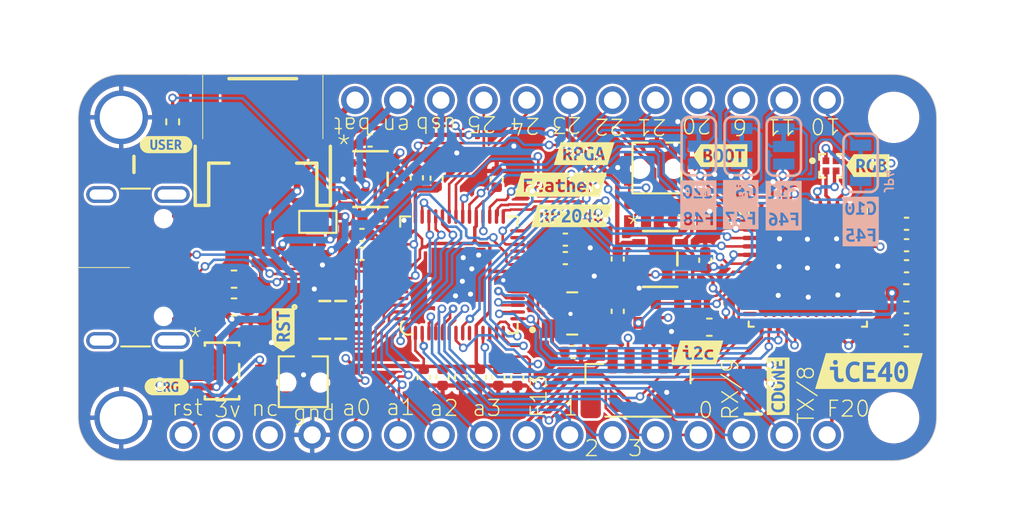
<source format=kicad_pcb>
(kicad_pcb (version 20240108) (generator "pcbnew") (generator_version "8.0")
  (layers (0 "F.Cu" signal) (1 "In1.Cu" signal) (2 "In2.Cu" signal) (31 "B.Cu" signal) (34 "B.Paste" user) (35 "F.Paste" user) (36 "B.SilkS" user "B.Silkscreen") (37 "F.SilkS" user "F.Silkscreen") (38 "B.Mask" user) (39 "F.Mask" user) (44 "Edge.Cuts" user))
  (net 0 "")
  (net 1 "GND")
  (net 2 "Net-(U$3-XIN)")
  (net 3 "Net-(Y1-OUT{slash}IN)")
  (net 4 "/RPGA Feather_2/1.1V")
  (net 5 "/RPGA Feather_1/VUSB")
  (net 6 "VIN")
  (net 7 "/RPGA Feather_1/VBAT")
  (net 8 "1.2V")
  (net 9 "/RPGA Feather_2/FPGA_CDONE")
  (net 10 "Net-(CHG0-PadA)")
  (net 11 "Net-(U2-STAT)")
  (net 12 "/RPGA Feather_2/B")
  (net 13 "/RPGA Feather_2/R")
  (net 14 "/RPGA Feather_2/G")
  (net 15 "Net-(J1-CC1)")
  (net 16 "Net-(J1-CC2)")
  (net 17 "/RPGA Feather_2/F48")
  (net 18 "A3")
  (net 19 "A2")
  (net 20 "A1")
  (net 21 "A0")
  (net 22 "RESET")
  (net 23 "/RPGA Feather_2/F47")
  (net 24 "/RPGA Feather_2/F46")
  (net 25 "/RPGA Feather_2/F45")
  (net 26 "Net-(U3-NR{slash}FB)")
  (net 27 "/RPGA Feather_2/QSPI_CS")
  (net 28 "DM")
  (net 29 "DP")
  (net 30 "3.3V")
  (net 31 "Net-(R6-Pad2)")
  (net 32 "Net-(U$3-USB_DP)")
  (net 33 "Net-(U$3-USB_DM)")
  (net 34 "Net-(U$3-XOUT)")
  (net 35 "Net-(U2-PROG)")
  (net 36 "/RPGA Feather_1/EN")
  (net 38 "/RPGA Feather_2/SWCLK")
  (net 39 "Net-(U$3-QSPI_SD0)")
  (net 40 "/RPGA Feather_2/SPI_SCK")
  (net 41 "Net-(U$3-QSPI_SD3)")
  (net 42 "/RPGA Feather_2/FPGA3")
  (net 43 "GP0")
  (net 44 "GP1")
  (net 45 "GP2")
  (net 46 "GP3")
  (net 47 "GP6")
  (net 48 "Net-(U$3-QSPI_SD1)")
  (net 49 "GP8")
  (net 50 "GP9")
  (net 51 "GP10")
  (net 52 "GP11")
  (net 53 "GP25")
  (net 54 "GP24")
  (net 55 "GP23")
  (net 56 "GP22")
  (net 57 "GP21")
  (net 58 "GP20")
  (net 59 "/RPGA Feather_2/FPGA_RST")
  (net 60 "/RPGA Feather_2/FPGA2")
  (net 61 "/RPGA Feather_2/FPGA4")
  (net 62 "/RPGA Feather_2/SPI_MOSI")
  (net 63 "/RPGA Feather_2/FPGA6")
  (net 64 "/RPGA Feather_2/GP7")
  (net 65 "Net-(U$3-QSPI_SCLK)")
  (net 66 "/RPGA Feather_2/SPI_CSN")
  (net 67 "F13")
  (net 68 "F20")
  (net 69 "/RPGA Feather_2/SPI_MISO")
  (net 70 "/RPGA Feather_2/SWDIO")
  (net 71 "Net-(U$3-QSPI_SD2)")
  (net 96 "Net-(R16-Pad1)")
  (footprint "kibuzzard-66565BE9" (layer "F.Cu") (at 169.83 98.97)
    (property "Reference" "kibuzzard-66565BE9" (hide yes))
    (property "Value" "G***" (hide yes))
  )
  (footprint "RPGA Feather:R0402" (layer "F.Cu") (at 140.4239 101.981)
    (property "Reference" "R15" (hide yes))
    (property "Value" "10k")
  )
  (footprint "Capacitor_SMD:C_0402_1005Metric" (layer "F.Cu") (at 147.9677 111.506 -90)
    (property "Reference" "C13" (hide yes))
    (property "Value" "0.1u")
  )
  (footprint "RPGA Feather:R0402" (layer "F.Cu") (at 138.7903 106.426 180)
    (property "Reference" "R8" (hide yes))
    (property "Value" "27")
  )
  (footprint "RPGA Feather:LED-0603" (layer "F.Cu") (at 163.052411 112.086775 -90)
    (property "Reference" "CDONE0" (hide yes))
    (property "Value" "GREEN")
  )
  (footprint "Capacitor_SMD:C_0402_1005Metric" (layer "F.Cu") (at 147.8661 99.7712 90)
    (property "Reference" "C11" (hide yes))
    (property "Value" "0.1u")
  )
  (footprint "Capacitor_SMD:C_0402_1005Metric" (layer "F.Cu") (at 172.1231 104.9274)
    (property "Reference" "C25" (hide yes))
    (property "Value" "0.1u")
  )
  (footprint "RPGA Feather:R0402" (layer "F.Cu") (at 132.8039 108.9152)
    (property "Reference" "R13" (hide yes))
    (property "Value" "5k1")
  )
  (footprint "kibuzzard-660226BE" (layer "F.Cu") (at 159.79 110.03)
    (property "Reference" "kibuzzard-660226BE" (hide yes))
    (property "Value" "G***" (hide yes))
  )
  (footprint "kibuzzard-6601FC5E" (layer "F.Cu") (at 161.1 98.38)
    (property "Reference" "kibuzzard-6601FC5E" (hide yes))
    (property "Value" "G***" (hide yes))
  )
  (footprint "Capacitor_SMD:C_0402_1005Metric" (layer "F.Cu") (at 143.5481 111.506 -90)
    (property "Reference" "C6" (hide yes))
    (property "Value" "1u")
  )
  (footprint "Capacitor_SMD:C_0603_1608Metric" (layer "F.Cu") (at 160.4509 108.5342 180)
    (property "Reference" "C27" (hide yes))
    (property "Value" "4.7u")
  )
  (footprint "RPGA Feather:R0402" (layer "F.Cu") (at 156.2053 102.2604)
    (property "Reference" "R7" (hide yes))
    (property "Value" "10k")
  )
  (footprint "RPGA Feather:R0402" (layer "F.Cu") (at 124.8029 110.998)
    (property "Reference" "R4" (hide yes))
    (property "Value" "5k1")
  )
  (footprint "Capacitor_SMD:C_0402_1005Metric" (layer "F.Cu") (at 151.9301 104.4448)
    (property "Reference" "C14" (hide yes))
    (property "Value" "0.1u")
  )
  (footprint "RPGA Feather:XTAL_ECS-327ATQMV-AS-TR" (layer "F.Cu") (at 152.3365 107.7214)
    (property "Reference" "Y1" (hide yes))
    (property "Value" "ECS-327ATQMV-AS-TR")
  )
  (footprint "kibuzzard-6601FC47" (layer "F.Cu") (at 135.23 108.7 90)
    (property "Reference" "kibuzzard-6601FC47" (hide yes))
    (property "Value" "G***" (hide yes))
  )
  (footprint "Capacitor_SMD:C_0402_1005Metric" (layer "F.Cu") (at 155.0289 104.4956 -90)
    (property "Reference" "C19" (hide yes))
    (property "Value" "1u")
  )
  (footprint "Capacitor_SMD:C_0402_1005Metric" (layer "F.Cu") (at 140.3731 97.4852)
    (property "Reference" "C16" (hide yes))
    (property "Value" "1u")
  )
  (footprint "Connector_USB:USB_C_Receptacle_GCT_USB4105-xx-A_16P_TopMnt_Horizontal" (layer "F.Cu") (at 125.545 105.0036 -90)
    (property "Reference" "J1" (hide yes))
    (property "Value" "USB_C_Receptacle_USB2.0_14P")
  )
  (footprint "RPGA Feather:LED-0603" (layer "F.Cu") (at 127.9851 98.9 180)
    (property "Reference" "USER1" (hide yes))
    (property "Value" "USER")
  )
  (footprint "kibuzzard-6601FD10" (layer "F.Cu") (at 151.64 100.1)
    (property "Reference" "kibuzzard-6601FD10" (hide yes))
    (property "Value" "G***" (hide yes))
  )
  (footprint "Capacitor_SMD:C_0402_1005Metric" (layer "F.Cu") (at 145.7579 111.506 -90)
    (property "Reference" "C9" (hide yes))
    (property "Value" "0.1u")
  )
  (footprint "kibuzzard-6657261C" (layer "F.Cu") (at 128.3 97.73)
    (property "Reference" "kibuzzard-6657261C" (hide yes))
    (property "Value" "G***" (hide yes))
  )
  (footprint "RPGA Feather:LED-0603" (layer "F.Cu") (at 127.6223 110.998)
    (property "Reference" "CHG0" (hide yes))
    (property "Value" "LED0603")
  )
  (footprint "RPGA Feather:3.3X2.9" (layer "F.Cu") (at 135.4201 111.8108)
    (property "Reference" "U$4" (hide yes))
    (property "Value" "SOF-232HST" (hide yes))
  )
  (footprint "Capacitor_SMD:C_0402_1005Metric" (layer "F.Cu") (at 155.0289 107.5944 -90)
    (property "Reference" "C2" (hide yes))
    (property "Value" "27p")
  )
  (footprint "Capacitor_SMD:C_0402_1005Metric" (layer "F.Cu") (at 158.7627 102.2604 180)
    (property "Reference" "C20" (hide yes))
    (property "Value" "0.47u")
  )
  (footprint "RPGA Feather:R0402" (layer "F.Cu") (at 159.1691 107.0864)
    (property "Reference" "R2" (hide yes))
    (property "Value" "1k")
  )
  (footprint "RPGA Feather:R0402" (layer "F.Cu") (at 151.9301 105.537 180)
    (property "Reference" "R11" (hide yes))
    (property "Value" "953")
  )
  (footprint "Capacitor_SMD:C_0603_1608Metric" (layer "F.Cu") (at 172.1113 106.5022)
    (property "Reference" "C28" (hide yes))
    (property "Value" "4.7u")
  )
  (footprint "RPGA Feather:R0402" (layer "F.Cu") (at 131.6863 101.4476 -90)
    (property "Reference" "R1" (hide yes))
    (property "Value" "10k")
  )
  (footprint "Capacitor_SMD:C_0402_1005Metric" (layer "F.Cu") (at 172.1231 103.6828)
    (property "Reference" "C24" (hide yes))
    (property "Value" "0.1u")
  )
  (footprint "Capacitor_SMD:C_0402_1005Metric" (layer "F.Cu") (at 144.6657 111.506 -90)
    (property "Reference" "C10" (hide yes))
    (property "Value" "0.1u")
  )
  (footprint "RPGA Feather:R0402" (layer "F.Cu") (at 138.7903 105.3846 180)
    (property "Reference" "R9" (hide yes))
    (property "Value" "27")
  )
  (footprint "RPGA Feather:X2-DFN2015-3" (layer "F.Cu") (at 137.6807 101.6508 180)
    (property "Reference" "U1" (hide yes))
    (property "Value" "DMG3415U-7X2-DFN2015-3" (hide yes))
  )
  (footprint "RPGA Feather:FEATHER_PINS" (layer "F.Cu") (at 128.1811 113.8936 90)
    (property "Reference" "U$1" (hide yes))
    (property "Value" "FEATHER_BASE" (hide yes))
    (fp_line (start 17.78 -5.08) (end 0 -5.08) (stroke (width 0.0508)) (layer "Edge.Cuts"))
    (fp_line (start -2.54 -2.54) (end -2.54 43.18) (stroke (width 0.0508)) (layer "Edge.Cuts"))
    (fp_line (start 20.32 43.18) (end 20.32 -2.54) (stroke (width 0.0508)) (layer "Edge.Cuts"))
    (fp_line (start 0 45.72) (end 17.78 45.72) (stroke (width 0.0508)) (layer "Edge.Cuts"))
    (fp_arc (start 17.78 -5.08) (mid 19.576051 -4.336051) (end 20.32 -2.54) (stroke (width 0.0508)) (layer "Edge.Cuts"))
    (fp_arc (start -2.54 -2.54) (mid -1.796051 -4.336051) (end 0 -5.08) (stroke (width 0.0508)) (layer "Edge.Cuts"))
    (fp_arc (start 20.32 43.18) (mid 19.576051 44.976051) (end 17.78 45.72) (stroke (width 0.0508)) (layer "Edge.Cuts"))
    (fp_arc (start 0 45.72) (mid -1.796051 44.976051) (end -2.54 43.18) (stroke (width 0.0508)) (layer "Edge.Cuts"))
  )
  (footprint "Capacitor_SMD:C_0402_1005Metric" (layer "F.Cu") (at 149.0853 111.506 -90)
    (property "Reference" "C7" (hide yes))
    (property "Value" "0.1u")
  )
  (footprint "RPGA Feather:QFN-56" (layer "F.Cu") (at 145.6055 105.3846 90)
    (property "Reference" "U$3" (hide yes))
    (property "Value" "RP2040_M0+" (hide yes))
  )
  (footprint "RPGA Feather:DBV5_TEX-L" (layer "F.Cu") (at 140.3985 99.7712)
    (property "Reference" "U4" (hide yes))
    (property "Value" "TLV75533PDBVRDBV5_TEX-L" (hide yes))
  )
  (footprint "Capacitor_SMD:C_0402_1005Metric" (layer "F.Cu") (at 144.3101 99.7204 90)
    (property "Reference" "C12" (hide yes))
    (property "Value" "0.1u")
  )
  (footprint "RPGA Feather:JST-2-SMD" (layer "F.Cu") (at 134.0231 96.8248)
    (property "Reference" "J2" (hide yes))
    (property "Value" "CONN_02-JST-2MM-SMT")
  )
  (footprint "Capacitor_SMD:C_0402_1005Metric" (layer "F.Cu") (at 146.8755 111.506 -90)
    (property "Reference" "C8" (hide yes))
    (property "Value" "0.1u")
  )
  (footprint "Resistor_SMD:R_0402_1005Metric" (layer "F.Cu") (at 128.69 96.38 90)
    (property "Reference" "R16" (hide yes))
    (property "Value" "2k")
  )
  (footprint "RPGA Feather:W25Q16JVUXIQ_WIN-L" (layer "F.Cu") (at 138.1633 108.1024)
    (property "Reference" "U7" (hide yes))
    (property "Value" "W25Q16JVUXIQW25Q16JVUXIQ_WIN-L" (hide yes))
  )
  (footprint "Capacitor_SMD:C_0603_1608Metric" (layer "F.Cu") (at 132.3213 107.3404)
    (property "Reference" "C22" (hide yes))
    (property "Value" "4.7u")
  )
  (footprint "RPGA Feather:QFN50P700X700X100-49N" (layer "F.Cu") (at 166.2811 105.0036)
    (property "Reference" "U6" (hide yes))
    (property "Value" "ICE5LP1K-SG48ITR")
  )
  (footprint "RPGA Feather:SOD3716X117(SOD-123)" (layer "F.Cu") (at 134.4041 104.1146 180)
    (property "Reference" "U$2" (hide yes))
    (property "Value" "MBR0520LT1G" (hide yes))
  )
  (footprint "RPGA Feather:LED_UHD1110-FKA-CL1A13R3Q1BBQFMF3" (layer "F.Cu") (at 167.6527 98.9838)
    (property "Reference" "D1" (hide yes))
    (property "Value" "UHD1110-FKA-CL1A13R3Q1BBQFMF3" (hide yes))
  )
  (footprint "RPGA Feather:R0402" (layer "F.Cu") (at 139.3317 111.5488 90)
    (property "Reference" "R10" (hide yes))
    (property "Value" "10k")
  )
  (footprint "kibuzzard-66022711" (layer "F.Cu") (at 164.52 112.03 90)
    (property "Reference" "kibuzzard-66022711" (hide yes))
    (property "Value" "G***" (hide yes))
  )
  (footprint "kibuzzard-6601FCEA" (layer "F.Cu") (at 152.3 101.94)
    (property "Reference" "kibuzzard-6601FCEA" (hide yes))
    (property "Value" "G***" (hide yes))
  )
  (footprint "Capacitor_SMD:C_0603_1608Metric" (layer "F.Cu") (at 132.3213 105.6894)
    (property "Reference" "C21" (hide yes))
    (property "Value" "4.7u")
  )
  (footprint "RPGA Feather:R0402" (layer "F.Cu") (at 156.7815 107.1118)
    (property "Reference" "R3" (hide yes))
    (property "Value" "100k")
  )
  (footprint "kibuzzard-6601FC9E" (layer "F.Cu") (at 128.34 112.06)
    (property "Reference" "kibuzzard-6601FC9E" (hide yes))
    (property "Value" "G***" (hide yes))
  )
  (footprint "kibuzzard-6601FCCE" (layer "F.Cu") (at 169.9 111.13)
    (property "Reference" "kibuzzard-6601FCCE" (hide yes))
    (property "Value" "G***" (hide yes))
  )
  (footprint "Capacitor_SMD:C_0402_1005Metric" (layer "F.Cu") (at 160.2105 104.5718 90)
    (property "Reference" "C26" (hide yes))
    (property "Value" "0.1u")
  )
  (footprint "RPGA Feather:3.3X2.9" (layer "F.Cu") (at 156.3497 99.1616)
    (property "Reference" "U$5" (hide yes))
    (property "Value" "SOF-232HST" (hide yes))
  )
  (footprint "RPGA Feather:R0402" (layer "F.Cu") (at 156.7561 108.2802)
    (property "Reference" "R12" (hide yes))
    (property "Value" "R-US_R0402")
  )
  (footprint "Capacitor_SMD:C_0402_1005Metric" (layer "F.Cu") (at 172.1231 102.4128)
    (property "Reference" "C23" (hide yes))
    (property "Value" "0.1u")
  )
  (footprint "RPGA Feather:R0402" (layer "F.Cu") (at 133.9215 111.5568 -90)
    (property "Reference" "R14" (hide yes))
    (property "Value" "5k1")
  )
  (footprint "Capacitor_SMD:C_0402_1005Metric" (layer "F.Cu") (at 139.8905 104.1908 180)
    (property "Reference" "C3" (hide yes))
    (property "Value" "1u")
  )
  (footprint "Capacitor_SMD:C_0402_1005Metric" (layer "F.Cu") (at 152.38 110)
    (property "Reference" "C1" (hide yes))
    (property "Value" "27p")
  )
  (footprint "RPGA Feather:DBV5-L" (layer "F.Cu") (at 157.5435 104.4956)
    (property "Reference" "U3" (hide yes))
    (property "Value" "TPS73201DBVRDBV5-L" (hide yes))
  )
  (footprint "RPGA Feather:R0402" (layer "F.Cu") (at 124.8029 99.0092)
    (property "Reference" "R5" (hide yes))
    (property "Value" "5k1")
  )
  (footprint "Capacitor_SMD:C_0402_1005Metric" (layer "F.Cu") (at 151.9301 103.3526)
    (property "Reference" "C5" (hide yes))
    (property "Value" "0.1u")
  )
  (footprint "Capacitor_SMD:C_0402_1005Metric" (layer "F.Cu") (at 139.8905 103.0732 180)
    (property "Reference" "C4" (hide yes))
    (property "Value" "0.1u")
  )
  (footprint "RPGA Feather:SOT-23-5_MC-L" (layer "F.Cu") (at 131.6101 111.125)
    (property "Reference" "U2" (hide yes))
    (property "Value" "MCP73831T-2ACI/OTSOT-23-5_MC-L" (hide yes))
  )
  (footprint "Connector_JST:JST_SH_BM04B-SRSS-TB_1x04-1MP_P1.00mm_Vertical" (layer "F.Cu") (at 156.23 111.82 180)
    (property "Reference" "J3" (hide yes))
    (property "Value" "SM04B-SRSS-TB_LF__SN_")
  )
  (footprint "RPGA Feather:R0402" (layer "F.Cu") (at 156.2147 101.1936 180)
    (property "Reference" "R6" (hide yes))
    (property "Value" "1k")
  )
  (footprint "kibuzzard-6601FCFE" (layer "F.Cu") (at 153.04 98.26)
    (property "Reference" "kibuzzard-6601FCFE" (hide yes))
    (property "Value" "G***" (hide yes))
  )
  (footprint "Capacitor_SMD:C_0402_1005Metric" (layer "F.Cu") (at 172.11 109.32)
    (property "Reference" "C18" (hide yes))
    (property "Value" "0.1u")
  )
  (footprint "Capacitor_SMD:C_0402_1005Metric" (layer "F.Cu") (at 172.12 108.0732)
    (property "Reference" "C17" (hide yes))
    (property "Value" "0.1u")
  )
  (footprint "Capacitor_SMD:C_0402_1005Metric" (layer "F.Cu") (at 143.1417 99.695 90)
    (property "Reference" "C15" (hide yes))
    (property "Value" "0.47u")
  )
  (footprint "kibuzzard-6601CD49" (layer "B.Cu") (at 164.85 101.34 180)
    (property "Reference" "kibuzzard-6601CD49" (hide yes))
    (property "Value" "G***" (hide yes))
  )
  (footprint "RPGA Feather:SMT-JUMPER_3_1-NC_TRACE_SILK" (layer "B.Cu") (at 164.8587 97.8408 90)
    (property "Reference" "JP3")
    (property "Value" "JUMPER-SMT_3_1-NC_TRACE_SILK" (hide yes))
  )
  (footprint "kibuzzard-6601CDB5" (layer "B.Cu") (at 169.41 102.28 180)
    (property "Reference" "kibuzzard-6601CDB5" (hide yes))
    (property "Value" "G***" (hide yes))
  )
  (footprint "RPGA Feather:SMT-JUMPER_3_1-NC_TRACE_SILK" (layer "B.Cu") (at 162.3695 97.8154 90)
    (property "Reference" "JP2")
    (property "Value" "JUMPER-SMT_3_1-NC_TRACE_SILK" (hide yes))
  )
  (footprint "RPGA Feather:SMT-JUMPER_3_1-NC_TRACE_SILK" (layer "B.Cu") (at 159.8295 97.8154 90)
    (property "Reference" "JP1")
    (property "Value" "JUMPER-SMT_3_1-NC_TRACE_SILK" (hide yes))
  )
  (footprint "RPGA Feather:SMT-JUMPER_3_1-NC_TRACE_SILK" (layer "B.Cu") (at 169.4053 98.806 90)
    (property "Reference" "JP4")
    (property "Value" "JUMPER-SMT_3_1-NC_TRACE_SILK" (hide yes))
  )
  (footprint "kibuzzard-6601CD6F" (layer "B.Cu") (at 162.31 101.28 180)
    (property "Reference" "kibuzzard-6601CD6F" (hide yes))
    (property "Value" "G***" (hide yes))
  )
  (footprint "kibuzzard-6601CDBD" (layer "B.Cu") (at 159.8 101.31 180)
    (property "Reference" "kibuzzard-6601CDBD" (hide yes))
    (property "Value" "G***" (hide yes))
  )
  (gr_text "20" (at 160.6423 96.0374 180) (layer "F.SilkS") (effects (font (size 0.93472 0.93472) (thickness 0.08128)) (justify left bottom)))
  (gr_text "2" (at 152.99 116.25 0) (layer "F.SilkS") (effects (font (size 0.93472 0.93472) (thickness 0.08128)) (justify left bottom)))
  (gr_text "11" (at 165.6207 96.139 180) (layer "F.SilkS") (effects (font (size 0.93472 0.93472) (thickness 0.08128)) (justify left bottom)))
  (gr_text "25" (at 147.9169 95.9612 180) (layer "F.SilkS") (effects (font (size 0.93472 0.93472) (thickness 0.08128)) (justify left bottom)))
  (gr_text "usb" (at 145.5547 96.012 180) (layer "F.SilkS") (effects (font (size 0.93472 0.93472) (thickness 0.08128)) (justify left bottom)))
  (gr_text "a3" (at 146.3675 113.8682 0) (layer "F.SilkS") (effects (font (size 0.93472 0.93472) (thickness 0.08128)) (justify left bottom)))
  (gr_text "3v" (at 131.0767 113.9444 0) (layer "F.SilkS") (effects (font (size 0.93472 0.93472) (thickness 0.08128)) (justify left bottom)))
  (gr_text "23" (at 152.9461 96.012 180) (layer "F.SilkS") (effects (font (size 0.93472 0.93472) (thickness 0.08128)) (justify left bottom)))
  (gr_text "21" (at 157.9753 96.139 180) (layer "F.SilkS") (effects (font (size 0.93472 0.93472) (thickness 0.08128)) (justify left bottom)))
  (gr_text "24" (at 150.4823 96.0628 180) (layer "F.SilkS") (effects (font (size 0.93472 0.93472) (thickness 0.08128)) (justify left bottom)))
  (gr_text "6" (at 162.7505 96.139 180) (layer "F.SilkS") (effects (font (size 0.93472 0.93472) (thickness 0.08128)) (justify left bottom)))
  (gr_text "a0" (at 138.6459 113.8428 0) (layer "F.SilkS") (effects (font (size 0.93472 0.93472) (thickness 0.08128)) (justify left bottom)))
  (gr_text "rst" (at 128.5621 113.8428 0) (layer "F.SilkS") (effects (font (size 0.93472 0.93472) (thickness 0.08128)) (justify left bottom)))
  (gr_text "3" (at 155.57 116.25 0) (layer "F.SilkS") (effects (font (size 0.93472 0.93472) (thickness 0.08128)) (justify left bottom)))
  (gr_text "a2" (at 143.8275 113.8682 0) (layer "F.SilkS") (effects (font (size 0.93472 0.93472) (thickness 0.08128)) (justify left bottom)))
  (gr_text "1" (at 151.7523 113.8428 0) (layer "F.SilkS") (effects (font (size 0.93472 0.93472) (thickness 0.08128)) (justify left bottom)))
  (gr_text "nc" (at 133.2865 113.8682 0) (layer "F.SilkS") (effects (font (size 0.93472 0.93472) (thickness 0.08128)) (justify left bottom)))
  (gr_text "22" (at 155.4607 96.1136 180) (layer "F.SilkS") (effects (font (size 0.93472 0.93472) (thickness 0.08128)) (justify left bottom)))
  (gr_text "gnd" (at 135.7503 114.1222 0) (layer "F.SilkS") (effects (font (size 0.93472 0.93472) (thickness 0.08128)) (justify left bottom)))
  (gr_text "10" (at 168.2623 96.0882 180) (layer "F.SilkS") (effects (font (size 0.93472 0.93472) (thickness 0.08128)) (justify left bottom)))
  (gr_text "a1" (at 141.2621 113.8174 0) (layer "F.SilkS") (effects (font (size 0.93472 0.93472) (thickness 0.08128)) (justify left bottom)))
  (gr_text "bat" (at 140.5001 96.0374 180) (layer "F.SilkS") (effects (font (size 0.93472 0.93472) (thickness 0.08128)) (justify left bottom)))
  (gr_text "TX/8" (at 166.72 114.33 90) (layer "F.SilkS") (effects (font (size 0.93472 0.93472) (thickness 0.08128)) (justify left bottom)))
  (gr_text "0" (at 159.74 113.99 0) (layer "F.SilkS") (effects (font (size 0.93472 0.93472) (thickness 0.08128)) (justify left bottom)))
  (gr_text "F13" (at 150.9 113.96 90) (layer "F.SilkS") (effects (font (size 0.93472 0.93472) (thickness 0.08128)) (justify left bottom)))
  (gr_text "en" (at 142.7861 96.0882 180) (layer "F.SilkS") (effects (font (size 0.93472 0.93472) (thickness 0.08128)) (justify left bottom)))
  (gr_text "F20" (at 167.33 113.91 0) (layer "F.SilkS") (effects (font (size 0.93472 0.93472) (thickness 0.08128)) (justify left bottom)))
  (gr_text "RX/9" (at 162.24 114.1 90) (layer "F.SilkS") (effects (font (size 0.93472 0.93472) (thickness 0.08128)) (justify left bottom)))
  (segment (start 155.62985 105.1456) (end 155.0289 105.1456) (width 0.1524) (layer "F.Cu") (net 1))
  (segment (start 145.6055 105.4346) (end 142.8716 108.1685) (width 0.1524) (layer "F.Cu") (net 1))
  (segment (start 151.1865 106.8214) (end 151.6865 106.8214) (width 0.1524) (layer "F.Cu") (net 1))
  (segment (start 153.0373 109.0706) (end 153.4865 108.6214) (width 0.2032) (layer "F.Cu") (net 1))
  (segment (start 156.27985 104.4956) (end 155.62985 105.1456) (width 0.1524) (layer "F.Cu") (net 1))
  (segment (start 142.8716 108.170713) (end 142.7099 108.332413) (width 0.1524) (layer "F.Cu") (net 1))
  (segment (start 151.6865 106.8214) (end 153.4865 108.6214) (width 0.1524) (layer "F.Cu") (net 1))
  (segment (start 142.8716 108.1685) (end 142.8716 108.170713) (width 0.1524) (layer "F.Cu") (net 1))
  (segment (start 148.5846 106.4346) (end 148.4501 106.3001) (width 0.1524) (layer "F.Cu") (net 1))
  (segment (start 148.4 106.1506) (end 148.4 105.89915) (width 0.1524) (layer "F.Cu") (net 1))
  (segment (start 153.0373 110.0074) (end 153.0373 109.0706) (width 0.2032) (layer "F.Cu") (net 1))
  (segment (start 142.7099 108.332413) (end 142.7099 108.458) (width 0.1524) (layer "F.Cu") (net 1))
  (segment (start 148.4 105.89915) (end 148.256775 105.755925) (width 0.1524) (layer "F.Cu") (net 1))
  (segment (start 148.4501 106.3001) (end 148.4501 106.2007) (width 0.1524) (layer "F.Cu") (net 1))
  (segment (start 149.1055 106.4346) (end 148.5846 106.4346) (width 0.1524) (layer "F.Cu") (net 1))
  (segment (start 148.4501 106.2007) (end 148.4 106.1506) (width 0.1524) (layer "F.Cu") (net 1))
  (via (at 148.8821 97.8154) (size 0.508) (drill 0.3) (layers "F.Cu" "B.Cu") (net 1))
  (via (at 164.5285 106.6546) (size 0.508) (drill 0.3) (layers "F.Cu" "B.Cu") (net 1))
  (via (at 145.4277 106.68) (size 0.508) (drill 0.3) (layers "F.Cu" "B.Cu") (net 1))
  (via (at 160.4645 101.6762) (size 0.508) (drill 0.3) (layers "F.Cu" "B.Cu") (net 1))
  (via (at 168.0591 106.6292) (size 0.508) (drill 0.3) (layers "F.Cu" "B.Cu") (net 1))
  (via (at 153.64 105.51) (size 0.5) (drill 0.3) (layers "F.Cu" "B.Cu") (net 1))
  (via (at 158.21 108.79) (size 0.5) (drill 0.3) (layers "F.Cu" "B.Cu") (net 1))
  (via (at 157.93 112.39) (size 0.5) (drill 0.3) (layers "F.Cu" "B.Cu") (net 1))
  (via (at 145.5039 98.2218) (size 0.508) (drill 0.3) (layers "F.Cu" "B.Cu") (net 1))
  (via (at 146.7993 104.267) (size 0.508) (drill 0.3) (layers "F.Cu" "B.Cu") (net 1))
  (via (at 155.0289 99.0854) (size 0.508) (drill 0.3) (layers "F.Cu" "B.Cu") (net 1))
  (via (at 142.3797 102.2096) (size 0.508) (drill 0.3) (layers "F.Cu" "B.Cu") (net 1))
  (via (at 148.256775 105.755925) (size 0.508) (drill 0.254) (layers "F.Cu" "B.Cu") (net 1))
  (via (at 136.4361 111.3536) (size 0.508) (drill 0.3) (layers "F.Cu" "B.Cu") (net 1))
  (via (at 138.7729 99.7712) (size 0.508) (drill 0.3) (layers "F.Cu" "B.Cu") (net 1))
  (via (at 164.2237 99.9236) (size 0.508) (drill 0.3) (layers "F.Cu" "B.Cu") (net 1))
  (via (at 164.5793 104.9528) (size 0.508) (drill 0.3) (layers "F.Cu" "B.Cu") (net 1))
  (via (at 160.7693 99.4918) (size 0.508) (drill 0.3) (layers "F.Cu" "B.Cu") (net 1))
  (via (at 156.2989 106.2228) (size 0.508) (drill 0.3) (layers "F.Cu" "B.Cu") (net 1))
  (via (at 137.0711 106.2736) (size 0.508) (drill 0.3) (layers "F.Cu" "B.Cu") (net 1))
  (via (at 158.5849 96.3676) (size 0.508) (drill 0.3) (layers "F.Cu" "B.Cu") (net 1))
  (via (at 145.8341 105.8164) (size 0.508) (drill 0.3) (layers "F.Cu" "B.Cu") (net 1))
  (via (at 145.8849 104.4194) (size 0.508) (drill 0.3) (layers "F.Cu" "B.Cu") (net 1))
  (via (at 153.4033 103.8352) (size 0.508) (drill 0.3) (layers "F.Cu" "B.Cu") (net 1))
  (via (at 137.5537 104.8512) (size 0.508) (drill 0.3) (layers "F.Cu" "B.Cu") (net 1))
  (via (at 158.4579 97.7138) (size 0.508) (drill 0.3) (layers "F.Cu" "B.Cu") (net 1))
  (via (at 166.3065 106.7562) (size 0.508) (drill 0.3) (layers "F.Cu" "B.Cu") (net 1))
  (via (at 167.9829 103.3018) (size 0.508) (drill 0.3) (layers "F.Cu" "B.Cu") (net 1))
  (via (at 134.5311 109.4486) (size 0.508) (drill 0.3) (layers "F.Cu" "B.Cu") (net 1))
  (via (at 164.6047 103.3018) (size 0.508) (drill 0.3) (layers "F.Cu" "B.Cu") (net 1))
  (via (at 168.0591 104.9274) (size 0.508) (drill 0.3) (layers "F.Cu" "B.Cu") (net 1))
  (via (at 166.2557 103.3272) (size 0.508) (drill 0.3) (layers "F.Cu" "B.Cu") (net 1))
  (via (at 146.3929 105.0798) (size 0.508) (drill 0.3) (layers "F.Cu" "B.Cu") (net 1))
  (via (at 146.3167 106.5784) (size 0.508) (drill 0.3) (layers "F.Cu" "B.Cu") (net 1))
  (via (at 161.7345 99.5934) (size 0.508) (drill 0.3) (layers "F.Cu" "B.Cu") (net 1))
  (via (at 166.2557 105.029) (size 0.508) (drill 0.3) (layers "F.Cu" "B.Cu") (net 1))
  (via (at 152.2349 107.7468) (size 0.508) (drill 0.254) (layers "F.Cu" "B.Cu") (net 1))
  (segment (start 151.1865 108.344688) (end 151.1865 108.6214) (width 0.1524) (layer "F.Cu") (net 2))
  (segment (start 149.1055 106.0346) (end 150.0346 106.0346) (width 0.1524) (layer "F.Cu") (net 2))
  (segment (start 151.7373 110.0074) (end 151.1865 109.4566) (width 0.1524) (layer "F.Cu") (net 2))
  (segment (start 150.3079 107.466088) (end 151.1865 108.344688) (width 0.1524) (layer "F.Cu") (net 2))
  (segment (start 150.3079 106.3079) (end 150.3079 107.466088) (width 0.1524) (layer "F.Cu") (net 2))
  (segment (start 151.1865 109.4566) (end 151.1865 108.6214) (width 0.1524) (layer "F.Cu") (net 2))
  (segment (start 150.0346 106.0346) (end 150.3079 106.3079) (width 0.1524) (layer "F.Cu") (net 2))
  (segment (start 153.4865 106.5934) (end 153.4865 106.8214) (width 0.1524) (layer "F.Cu") (net 3))
  (segment (start 153.4865 106.8214) (end 154.9059 106.8214) (width 0.1524) (layer "F.Cu") (net 3))
  (segment (start 154.9059 106.8214) (end 155.0289 106.9444) (width 0.1524) (layer "F.Cu") (net 3))
  (segment (start 152.4301 105.537) (end 153.4865 106.5934) (width 0.1524) (layer "F.Cu") (net 3))
  (segment (start 142.9613 103.6346) (end 142.2055 103.6346) (width 0.1524) (layer "F.Cu") (net 4))
  (segment (start 148.4394 104.6494) (end 148.4394 104.1685) (width 0.1524) (layer "F.Cu") (net 4))
  (segment (start 150.7015 104.4542) (end 150.7015 103.900113) (width 0.1524) (layer "F.Cu") (net 4))
  (segment (start 148.6246 104.8346) (end 148.4394 104.6494) (width 0.1524) (layer "F.Cu") (net 4))
  (segment (start 142.9639 103.632) (end 142.9613 103.6346) (width 0.1524) (layer "F.Cu") (net 4))
  (segment (start 141.153187 103.6346) (end 141.2875 103.6346) (width 0.1524) (layer "F.Cu") (net 4))
  (segment (start 149.1055 104.8346) (end 150.3211 104.8346) (width 0.1524) (layer "F.Cu") (net 4))
  (segment (start 140.5405 104.1908) (end 140.9795 103.7518) (width 0.1524) (layer "F.Cu") (net 4))
  (segment (start 140.5405 103.0732) (end 140.7261 103.0732) (width 0.1524) (layer "F.Cu") (net 4))
  (segment (start 140.9795 103.7518) (end 141.035987 103.7518) (width 0.1524) (layer "F.Cu") (net 4))
  (segment (start 142.2055 105.6346) (end 142.8917 105.6346) (width 0.1524) (layer "F.Cu") (net 4))
  (segment (start 150.7015 103.900113) (end 150.835412 103.7662) (width 0.1524) (layer "F.Cu") (net 4))
  (segment (start 142.8917 105.6346) (end 143.053228 105.473072) (width 0.1524) (layer "F.Cu") (net 4))
  (segment (start 140.7261 103.0732) (end 141.2875 103.6346) (width 0.1524) (layer "F.Cu") (net 4))
  (segment (start 150.3211 104.8346) (end 150.7015 104.4542) (width 0.1524) (layer "F.Cu") (net 4))
  (segment (start 150.835412 103.7662) (end 150.8665 103.7662) (width 0.1524) (layer "F.Cu") (net 4))
  (segment (start 150.8665 103.7662) (end 151.2801 103.3526) (width 0.1524) (layer "F.Cu") (net 4))
  (segment (start 141.2875 103.6346) (end 142.2055 103.6346) (width 0.1524) (layer "F.Cu") (net 4))
  (segment (start 147.670168 103.399269) (end 147.670168 103.221632) (width 0.1524) (layer "F.Cu") (net 4))
  (segment (start 141.035987 103.7518) (end 141.153187 103.6346) (width 0.1524) (layer "F.Cu") (net 4))
  (segment (start 148.4394 104.1685) (end 147.670168 103.399269) (width 0.1524) (layer "F.Cu") (net 4))
  (segment (start 149.1055 104.8346) (end 148.6246 104.8346) (width 0.1524) (layer "F.Cu") (net 4))
  (via (at 143.053228 105.473072) (size 0.508) (drill 0.3) (layers "F.Cu" "B.Cu") (net 4))
  (via (at 147.670168 103.221632) (size 0.508) (drill 0.3) (layers "F.Cu" "B.Cu") (net 4))
  (via (at 142.9639 103.632) (size 0.508) (drill 0.3) (layers "F.Cu" "B.Cu") (net 4))
  (segment (start 146.0627 103.124) (end 146.0627 102.746444) (width 0.1524) (layer "B.Cu") (net 4))
  (segment (start 145.5033 102.2852) (end 143.9037 100.6856) (width 0.1524) (layer "B.Cu") (net 4))
  (segment (start 146.8788 103.3272) (end 146.8026 103.251) (width 0.1524) (layer "B.Cu") (net 4))
  (segment (start 143.0809 103.515) (end 142.9639 103.632) (width 0.1524) (layer "B.Cu") (net 4))
  (segment (start 143.3636 100.6856) (end 143.0809 100.9683) (width 0.1524) (layer "B.Cu") (net 4))
  (segment (start 143.053228 103.721329) (end 143.053228 105.473072) (width 0.1524) (layer "B.Cu") (net 4))
  (segment (start 142.9639 103.632) (end 143.053228 103.721329) (width 0.1524) (layer "B.Cu") (net 4))
  (segment (start 145.601456 102.2852) (end 145.5033 102.2852) (width 0.1524) (layer "B.Cu") (net 4))
  (segment (start 147.2786 103.3272) (end 146.8788 103.3272) (width 0.1524) (layer "B.Cu") (net 4))
  (segment (start 146.0627 102.746444) (end 145.601456 102.2852) (width 0.1524) (layer "B.Cu") (net 4))
  (segment (start 147.670168 103.221632) (end 147.384168 103.221632) (width 0.1524) (layer "B.Cu") (net 4))
  (segment (start 147.384168 103.221632) (end 147.2786 103.3272) (width 0.1524) (layer "B.Cu") (net 4))
  (segment (start 146.1897 103.251) (end 146.0627 103.124) (width 0.1524) (layer "B.Cu") (net 4))
  (segment (start 143.9037 100.6856) (end 143.3636 100.6856) (width 0.1524) (layer "B.Cu") (net 4))
  (segment (start 146.8026 103.251) (end 146.1897 103.251) (width 0.1524) (layer "B.Cu") (net 4))
  (segment (start 143.0809 100.9683) (end 143.0809 103.515) (width 0.1524) (layer "B.Cu") (net 4))
  (segment (start 131.4713 105.1982) (end 132.5041 104.1654) (width 0.4064) (layer "F.Cu") (net 5))
  (segment (start 129.1111 107.4536) (end 130.4047 107.4536) (width 0.4064) (layer "F.Cu") (net 5))
  (segment (start 129.1111 102.5536) (end 130.6841 102.5536) (width 0.4064) (layer "F.Cu") (net 5))
  (segment (start 135.1977 103.7782) (end 135.1977 103.6066) (width 0.4064) (layer "F.Cu") (net 5))
  (segment (start 130.5657 108.685494) (end 131.9403 110.060094) (width 0.4064) (layer "F.Cu") (net 5))
  (segment (start 134.8613 104.1146) (end 135.1977 103.7782) (width 0.4064) (layer "F.Cu") (net 5))
  (segment (start 130.5657 106.693107) (end 130.5657 107.2926) (width 0.4064) (layer "F.Cu") (net 5))
  (segment (start 130.4047 107.4536) (end 130.5657 107.6146) (width 0.4064) (layer "F.Cu") (net 5))
  (segment (start 132.2959 104.1654) (end 132.5041 104.1654) (width 0.4064) (layer "F.Cu") (net 5))
  (segment (start 131.4713 105.6894) (end 131.4713 105.1982) (width 0.4064) (layer "F.Cu") (net 5))
  (segment (start 131.4713 105.6894) (end 131.4713 105.787507) (width 0.4064) (layer "F.Cu") (net 5))
  (segment (start 130.5657 107.2926) (end 130.4047 107.4536) (width 0.4064) (layer "F.Cu") (net 5))
  (segment (start 132.5549 104.1146) (end 134.8613 104.1146) (width 0.4064) (layer "F.Cu") (net 5))
  (segment (start 130.5657 107.6146) (end 130.5657 108.685494) (width 0.4064) (layer "F.Cu") (net 5))
  (segment (start 132.5041 104.1654) (end 132.5549 104.1146) (width 0.4064) (layer "F.Cu") (net 5))
  (segment (start 138.0109 103.3272) (end 138.0109 102.8206) (width 0.4064) (layer "F.Cu") (net 5))
  (segment (start 131.6863 101.9476) (end 131.0803 102.5536) (width 0.4064) (layer "F.Cu") (net 5))
  (segment (start 133.9215 112.0568) (end 133.9033 112.075) (width 0.4064) (layer "F.Cu") (net 5))
  (segment (start 130.6841 102.5536) (end 132.2959 104.1654) (width 0.4064) (layer "F.Cu") (net 5))
  (segment (start 131.9403 111.5568) (end 132.4585 112.075) (width 0.4064) (layer "F.Cu") (net 5))
  (segment (start 131.0803 102.5536) (end 130.6841 102.5536) (width 0.4064) (layer "F.Cu") (net 5))
  (segment (start 132.4585 112.075) (end 132.8547 112.075) (width 0.4064) (layer "F.Cu") (net 5))
  (segment (start 138.0109 102.8206) (end 138.1307 102.7008) (width 0.4064) (layer "F.Cu") (net 5))
  (segment (start 133.9033 112.075) (end 132.8547 112.075) (width 0.4064) (layer "F.Cu") (net 5))
  (segment (start 131.9403 110.060094) (end 131.9403 111.5568) (width 0.4064) (layer "F.Cu") (net 5))
  (segment (start 131.4713 105.787507) (end 130.5657 106.693107) (width 0.4064) (layer "F.Cu") (net 5))
  (via (at 135.1977 103.6066) (size 0.508) (drill 0.3) (layers "F.Cu" "B.Cu") (net 5))
  (via (at 138.0109 103.3272) (size 0.508) (drill 0.3) (layers "F.Cu" "B.Cu") (net 5))
  (segment (start 138.2903 101.728494) (end 138.647393 101.3714) (width 0.4064) (layer "B.Cu") (net 5))
  (segment (start 139.609606 101.8286) (end 140.1191 101.8286) (width 0.4064) (layer "B.Cu") (net 5))
  (segment (start 140.1191 101.8286) (end 144.5641 97.3836) (width 0.4064) (layer "B.Cu") (net 5))
  (segment (start 137.9601 103.378) (end 138.0109 103.3272) (width 0.4064) (layer "B.Cu") (net 5))
  (segment (start 135.1977 103.6066) (end 135.4263 103.378) (width 0.4064) (layer "B.Cu") (net 5))
  (segment (start 138.647393 101.3714) (end 139.152406 101.3714) (width 0.4064) (layer "B.Cu") (net 5))
  (segment (start 139.152406 101.3714) (end 139.609606 101.8286) (width 0.4064) (layer "B.Cu") (net 5))
  (segment (start 135.4263 103.378) (end 137.9601 103.378) (width 0.4064) (layer "B.Cu") (net 5))
  (segment (start 144.5641 97.3836) (end 144.5641 95.0976) (width 0.4064) (layer "B.Cu") (net 5))
  (segment (start 138.2903 103.0478) (end 138.2903 101.728494) (width 0.4064) (layer "B.Cu") (net 5))
  (segment (start 138.0109 103.3272) (end 138.2903 103.0478) (width 0.4064) (layer "B.Cu") (net 5))
  (segment (start 139.13485 98.07345) (end 139.7231 97.4852) (width 0.4064) (layer "F.Cu") (net 6))
  (segment (start 141.888031 97.155) (end 141.488831 96.7558) (width 0.254) (layer "F.Cu") (net 6))
  (segment (start 139.9819 98.8212) (end 139.13485 98.8212) (width 0.2032) (layer "F.Cu") (net 6))
  (segment (start 140.4525 96.7558) (end 139.7231 97.4852) (width 0.254) (layer "F.Cu") (net 6))
  (segment (start 137.9093 104.1654) (end 138.0871 103.9876) (width 0.4064) (layer "F.Cu") (net 6))
  (segment (start 138.1307 99.245) (end 138.5545 98.8212) (width 0.4064) (layer "F.Cu") (net 6))
  (segment (start 140.6779 101.735) (end 140.6779 99.5172) (width 0.2032) (layer "F.Cu") (net 6))
  (segment (start 139.13485 98.8212) (end 139.13485 98.07345) (width 0.4064) (layer "F.Cu") (net 6))
  (segment (start 138.1307 101.9008) (end 138.1307 99.245) (width 0.4064) (layer "F.Cu") (net 6))
  (segment (start 153.3177 98.314) (end 155.0035 99.9998) (width 0.3048) (layer "F.Cu") (net 6))
  (segment (start 138.8999 101.981) (end 138.2109 101.981) (width 0.4064) (layer "F.Cu") (net 6))
  (segment (start 136.3041 104.1654) (end 137.9093 104.1654) (width 0.4064) (layer "F.Cu") (net 6))
  (segment (start 151.966681 97.07) (end 153.210681 98.314) (width 0.3048) (layer "F.Cu") (net 6))
  (segment (start 151.08 97.07) (end 151.966681 97.07) (width 0.3048) (layer "F.Cu") (net 6))
  (segment (start 155.0289 103.8456) (end 155.3289 103.5456) (width 0.254) (layer "F.Cu") (net 6))
  (segment (start 155.0035 99.9998) (end 155.0035 103.8202) (width 0.254) (layer "F.Cu") (net 6))
  (segment (start 146.2151 97.155) (end 141.888031 97.155) (width 0.254) (layer "F.Cu") (net 6))
  (segment (start 141.488831 96.7558) (end 140.4525 96.7558) (width 0.254) (layer "F.Cu") (net 6))
  (segment (start 140.6779 99.5172) (end 139.9819 98.8212) (width 0.2032) (layer "F.Cu") (net 6))
  (segment (start 140.9239 101.981) (end 140.6779 101.735) (width 0.2032) (layer "F.Cu") (net 6))
  (segment (start 138.5545 98.8212) (end 139.13485 98.8212) (width 0.4064) (layer "F.Cu") (net 6))
  (segment (start 155.0289 103.8456) (end 155.0035 103.8202) (width 0.254) (layer "F.Cu") (net 6))
  (segment (start 138.2109 101.981) (end 138.1307 101.9008) (width 0.4064) (layer "F.Cu") (net 6))
  (segment (start 155.3289 103.5456) (end 156.27985 103.5456) (width 0.254) (layer "F.Cu") (net 6))
  (segment (start 153.210681 98.314) (end 153.3177 98.314) (width 0.3048) (layer "F.Cu") (net 6))
  (via (at 146.2151 97.155) (size 0.508) (drill 0.3) (layers "F.Cu" "B.Cu") (net 6))
  (via (at 138.0871 103.9876) (size 0.508) (drill 0.3) (layers "F.Cu" "B.Cu") (net 6))
  (via (at 151.08 97.07) (size 0.508) (drill 0.3) (layers "F.Cu" "B.Cu") (net 6))
  (via (at 138.8999 101.981) (size 0.508) (drill 0.3) (layers "F.Cu" "B.Cu") (net 6))
  (segment (start 138.0871 103.9876) (end 138.1379 103.9368) (width 0.4064) (layer "B.Cu") (net 6))
  (segment (start 138.8999 103.300307) (end 138.8999 101.981) (width 0.4064) (layer "B.Cu") (net 6))
  (segment (start 150.5856 97.07) (end 150.4928 96.9772) (width 0.254) (layer "B.Cu") (net 6))
  (segment (start 150.4928 96.9772) (end 148.429906 96.9772) (width 0.254) (layer "B.Cu") (net 6))
  (segment (start 148.429906 96.9772) (end 148.247106 97.16) (width 0.254) (layer "B.Cu") (net 6))
  (segment (start 146.2201 97.16) (end 146.2151 97.155) (width 0.254) (layer "B.Cu") (net 6))
  (segment (start 148.247106 97.16) (end 146.2201 97.16) (width 0.254) (layer "B.Cu") (net 6))
  (segment (start 138.263406 103.9368) (end 138.8999 103.300307) (width 0.4064) (layer "B.Cu") (net 6))
  (segment (start 151.08 97.07) (end 150.5856 97.07) (width 0.254) (layer "B.Cu") (net 6))
  (segment (start 138.1379 103.9368) (end 138.263406 103.9368) (width 0.4064) (layer "B.Cu") (net 6))
  (segment (start 136.0127 100.5248) (end 136.0551 100.4824) (width 0.4064) (layer "F.Cu") (net 7))
  (segment (start 132.1881 108.0572) (end 131.4713 107.3404) (width 0.4064) (layer "F.Cu") (net 7))
  (segment (start 136.3807 102.3008) (end 135.0231 100.9432) (width 0.4064) (layer "F.Cu") (net 7))
  (segment (start 131.2697 112.075) (end 130.3655 112.075) (width 0.4064) (layer "F.Cu") (net 7))
  (segment (start 138.5787 97.172094) (end 138.5787 96.003) (width 0.4064) (layer "F.Cu") (net 7))
  (segment (start 135.0231 100.5248) (end 136.0127 100.5248) (width 0.4064) (layer "F.Cu") (net 7))
  (segment (start 135.0231 100.9432) (end 135.0231 100.5248) (width 0.4064) (layer "F.Cu") (net 7))
  (segment (start 136.0551 100.4824) (end 136.0551 99.695694) (width 0.4064) (layer "F.Cu") (net 7))
  (segment (start 136.0551 99.695694) (end 138.5787 97.172094) (width 0.4064) (layer "F.Cu") (net 7))
  (segment (start 132.1943 108.0572) (end 132.1881 108.0572) (width 0.4064) (layer "F.Cu") (net 7))
  (segment (start 138.5787 96.003) (end 139.4841 95.0976) (width 0.4064) (layer "F.Cu") (net 7))
  (segment (start 131.2799 112.0648) (end 131.2697 112.075) (width 0.4064) (layer "F.Cu") (net 7))
  (via (at 131.2799 112.0648) (size 0.508) (drill 0.3) (layers "F.Cu" "B.Cu") (net 7))
  (via (at 136.0551 100.4824) (size 0.508) (drill 0.3) (layers "F.Cu" "B.Cu") (net 7))
  (via (at 132.1943 108.0572) (size 0.508) (drill 0.3) (layers "F.Cu" "B.Cu") (net 7))
  (segment (start 134.2207 108.0572) (end 132.6261 108.0572) (width 0.4064) (layer "B.Cu") (net 7))
  (segment (start 131.4831 109.2002) (end 131.4831 111.8616) (width 0.4064) (layer "B.Cu") (net 7))
  (segment (start 134.3279 102.2096) (end 134.3279 103.9622) (width 0.4064) (layer "B.Cu") (net 7))
  (segment (start 132.6261 108.0572) (end 131.4831 109.2002) (width 0.4064) (layer "B.Cu") (net 7))
  (segment (start 131.4831 111.8616) (end 131.2799 112.0648) (width 0.4064) (layer "B.Cu") (net 7))
  (segment (start 135.8519 106.426) (end 134.2207 108.0572) (width 0.4064) (layer "B.Cu") (net 7))
  (segment (start 134.3279 103.9622) (end 135.8519 105.4862) (width 0.4064) (layer "B.Cu") (net 7))
  (segment (start 135.8519 105.4862) (end 135.8519 106.426) (width 0.4064) (layer "B.Cu") (net 7))
  (segment (start 136.0551 100.4824) (end 134.3279 102.2096) (width 0.4064) (layer "B.Cu") (net 7))
  (segment (start 132.6261 108.0572) (end 132.1943 108.0572) (width 0.4064) (layer "B.Cu") (net 7))
  (segment (start 171.4731 103.6828) (end 171.4731 104.8408) (width 0.2032) (layer "F.Cu") (net 8))
  (segment (start 169.7161 105.7536) (end 170.5127 105.7536) (width 0.2032) (layer "F.Cu") (net 8))
  (segment (start 159.346375 103.006375) (end 159.4127 102.94005) (width 0.2032) (layer "F.Cu") (net 8))
  (segment (start 159.4659 105.156) (end 159.4659 106.8832) (width 0.2032) (layer "F.Cu") (net 8))
  (segment (start 159.4127 102.94005) (end 159.4127 102.2604) (width 0.2032) (layer "F.Cu") (net 8))
  (segment (start 161.4297 107.6452) (end 161.4297 108.4054) (width 0.2032) (layer "F.Cu") (net 8))
  (segment (start 170.061 105.2646) (end 169.7271 105.2646) (width 0.2032) (layer "F.Cu") (net 8))
  (segment (start 160.4241 105.2218) (end 160.2105 105.2218) (width 0.2032) (layer "F.Cu") (net 8))
  (segment (start 158.80715 103.5456) (end 159.346375 103.006375) (width 0.2032) (layer "F.Cu") (net 8))
  (segment (start 160.1447 105.156) (end 160.2105 105.2218) (width 0.2032) (layer "F.Cu") (net 8))
  (segment (start 160.6677 105.679) (end 160.6677 106.2228) (width 0.2032) (layer "F.Cu") (net 8))
  (segment (start 160.2105 105.2218) (end 160.6677 105.679) (width 0.2032) (layer "F.Cu") (net 8))
  (segment (start 171.4731 104.8408) (end 171.3865 104.9274) (width 0.2032) (layer "F.Cu") (net 8))
  (segment (start 158.80715 103.5456) (end 159.4659 104.20435) (width 0.2032) (layer "F.Cu") (net 8))
  (segment (start 171.4731 102.4128) (end 171.4731 103.6828) (width 0.2032) (layer "F.Cu") (net 8))
  (segment (start 170.061 105.2646) (end 170.3982 104.9274) (width 0.2032) (layer "F.Cu") (net 8))
  (segment (start 171.2613 106.5022) (end 171.2613 105.1392) (width 0.2032) (layer "F.Cu") (net 8))
  (segment (start 171.3865 104.9274) (end 171.4731 104.9274) (width 0.2032) (layer "F.Cu") (net 8))
  (segment (start 170.5127 105.7536) (end 171.2613 106.5022) (width 0.2032) (layer "F.Cu") (net 8))
  (segment (start 169.7161 105.2536) (end 169.7271 105.2646) (width 0.2032) (layer "F.Cu") (net 8))
  (segment (start 160.708725 104.937175) (end 160.4241 105.2218) (width 0.2032) (layer "F.Cu") (net 8))
  (segment (start 171.2613 105.1392) (end 171.4731 104.9274) (width 0.2032) (layer "F.Cu") (net 8))
  (segment (start 159.4659 105.156) (end 160.1447 105.156) (width 0.2032) (layer "F.Cu") (net 8))
  (segment (start 159.4659 104.20435) (end 159.4659 105.156) (width 0.2032) (layer "F.Cu") (net 8))
  (segment (start 161.9043 104.2536) (end 161.8869 104.2362) (width 0.2032) (layer "F.Cu") (net 8))
  (segment (start 159.4659 106.8832) (end 159.6691 107.0864) (width 0.2032) (layer "F.Cu") (net 8))
  (segment (start 170.3982 104.9274) (end 171.3865 104.9274) (width 0.2032) (layer "F.Cu") (net 8))
  (segment (start 162.8461 104.2536) (end 161.9043 104.2536) (width 0.2032) (layer "F.Cu") (net 8))
  (segment (start 161.4297 108.4054) (end 161.3009 108.5342) (width 0.2032) (layer "F.Cu") (net 8))
  (via (at 160.708725 104.937175) (size 0.508) (drill 0.3) (layers "F.Cu" "B.Cu") (net 8))
  (via (at 161.8869 104.2362) (size 0.508) (drill 0.3) (layers "F.Cu" "B.Cu") (net 8))
  (via (at 160.6677 106.2228) (size 0.508) (drill 0.3) (layers "F.Cu" "B.Cu") (net 8))
  (via (at 171.2613 106.5022) (size 0.508) (drill 0.3) (layers "F.Cu" "B.Cu") (net 8))
  (via (at 161.4297 107.6452) (size 0.508) (drill 0.3) (layers "F.Cu" "B.Cu") (net 8))
  (segment (start 161.4297 106.9848) (end 161.4297 107.6452) (width 0.2032) (layer "B.Cu") (net 8))
  (segment (start 171.1071 107.7722) (end 171.2613 107.618) (width 0.2032) (layer "B.Cu") (net 8))
  (segment (start 171.2613 107.618) (end 171.2613 106.5022) (width 0.2032) (layer "B.Cu") (net 8))
  (segment (start 160.6677 106.2228) (end 161.4297 106.9848) (width 0.2032) (layer "B.Cu") (net 8))
  (segment (start 161.3789 105.0036) (end 160.77515 105.0036) (width 0.2032) (layer "B.Cu") (net 8))
  (segment (start 160.77515 105.0036) (end 160.708725 104.937175) (width 0.2032) (layer "B.Cu") (net 8))
  (segment (start 161.4297 106.9848) (end 162.2171 107.7722) (width 0.2032) (layer "B.Cu") (net 8))
  (segment (start 162.2171 107.7722) (end 171.1071 107.7722) (width 0.2032) (layer "B.Cu") (net 8))
  (segment (start 161.8869 104.2362) (end 161.8869 104.4956) (width 0.2032) (layer "B.Cu") (net 8))
  (segment (start 161.8869 104.4956) (end 161.3789 105.0036) (width 0.2032) (layer "B.Cu") (net 8))
  (segment (start 145.4555 109.324) (end 145.8849 109.7534) (width 0.1524) (layer "F.Cu") (net 9))
  (segment (start 145.4555 108.8846) (end 145.4555 109.324) (width 0.1524) (layer "F.Cu") (net 9))
  (segment (start 163.052411 111.209775) (end 163.419775 111.209775) (width 0.2) (layer "F.Cu") (net 9))
  (segment (start 161.4551 105.664) (end 161.4551 106.5276) (width 0.1524) (layer "F.Cu") (net 9))
  (segment (start 161.8615 105.2576) (end 161.4551 105.664) (width 0.1524) (layer "F.Cu") (net 9))
  (segment (start 162.8461 105.2536) (end 162.8421 105.2576) (width 0.1524) (layer "F.Cu") (net 9))
  (segment (start 162.8421 105.2576) (end 161.8615 105.2576) (width 0.1524) (layer "F.Cu") (net 9))
  (segment (start 161.4551 106.5276) (end 160.879987 107.102713) (width 0.1524) (layer "F.Cu") (net 9))
  (segment (start 160.879987 107.102713) (end 160.879987 107.153513) (width 0.1524) (layer "F.Cu") (net 9))
  (segment (start 163.419775 111.209775) (end 164.07 111.86) (width 0.2) (layer "F.Cu") (net 9))
  (via (at 156.2561 108.2802) (size 0.508) (drill 0.3) (layers "F.Cu" "B.Cu") (net 9))
  (via (at 164.07 111.86) (size 0.5) (drill 0.3) (layers "F.Cu" "B.Cu") (net 9))
  (via (at 145.8849 109.7534) (size 0.508) (drill 0.3) (layers "F.Cu" "B.Cu") (net 9))
  (via (at 150.3045 110.714557) (size 0.508) (drill 0.3) (layers "F.Cu" "B.Cu") (net 9))
  (via (at 160.879987 107.153513) (size 0.508) (drill 0.3) (layers "F.Cu" "B.Cu") (net 9))
  (segment (start 148.426387 109.855) (end 148.8821 109.855) (width 0.1524) (layer "B.Cu") (net 9))
  (segment (start 146.0373 109.7534) (end 146.774643 109.016057) (width 0.1524) (layer "B.Cu") (net 9))
  (segment (start 156.2561 108.2802) (end 157.382787 107.153513) (width 0.1524) (layer "B.Cu") (net 9))
  (segment (start 147.587443 109.016057) (end 148.426387 109.855) (width 0.1524) (layer "B.Cu") (net 9))
  (segment (start 149.741656 110.714557) (end 150.3045 110.714557) (width 0.1524) (layer "B.Cu") (net 9))
  (segment (start 157.382787 107.153513) (end 160.879987 107.153513) (width 0.1524) (layer "B.Cu") (net 9))
  (segment (start 146.774643 109.016057) (end 147.587443 109.016057) (width 0.1524) (layer "B.Cu") (net 9))
  (segment (start 145.8849 109.7534) (end 146.0373 109.7534) (width 0.1524) (layer "B.Cu") (net 9))
  (segment (start 148.8821 109.855) (end 149.741656 110.714557) (width 0.1524) (layer "B.Cu") (net 9))
  (segment (start 133.9215 111.0568) (end 133.8453 110.9806) (width 0.2032) (layer "F.Cu") (net 10))
  (segment (start 127.9271 111.9124) (end 127.6597 111.9124) (width 0.2032) (layer "F.Cu") (net 10))
  (segment (start 127.6597 111.9124) (end 126.7453 110.998) (width 0.2032) (layer "F.Cu") (net 10))
  (segment (start 133.8453 110.9806) (end 133.8453 110.4646) (width 0.2032) (layer "F.Cu") (net 10))
  (via (at 133.8453 110.4646) (size 0.508) (drill 0.3) (layers "F.Cu" "B.Cu") (net 10))
  (via (at 127.9271 111.9124) (size 0.508) (drill 0.3) (layers "F.Cu" "B.Cu") (net 10))
  (segment (start 131.069475 112.5728) (end 130.409075 111.9124) (width 0.2032) (layer "B.Cu") (net 10))
  (segment (start 133.8453 110.4646) (end 133.598525 110.4646) (width 0.2032) (layer "B.Cu") (net 10))
  (segment (start 131.490325 112.5728) (end 131.069475 112.5728) (width 0.2032) (layer "B.Cu") (net 10))
  (segment (start 130.409075 111.9124) (end 127.9271 111.9124) (width 0.2032) (layer "B.Cu") (net 10))
  (segment (start 133.598525 110.4646) (end 131.490325 112.5728) (width 0.2032) (layer "B.Cu") (net 10))
  (segment (start 128.4993 110.998) (end 129.3223 110.175) (width 0.2032) (layer "F.Cu") (net 11))
  (segment (start 129.3223 110.175) (end 130.3655 110.175) (width 0.2032) (layer "F.Cu") (net 11))
  (segment (start 167.3479 97.9424) (end 167.3527 97.9472) (width 0.2032) (layer "F.Cu") (net 12))
  (segment (start 168.0311 101.5686) (end 168.0311 100.993) (width 0.2032) (layer "F.Cu") (net 12))
  (segment (start 168.0311 100.993) (end 168.5163 100.5078) (width 0.2032) (layer "F.Cu") (net 12))
  (segment (start 167.3527 97.9472) (end 167.3527 98.6838) (width 0.2032) (layer "F.Cu") (net 12))
  (via (at 168.5163 100.5078) (size 0.508) (drill 0.3) (layers "F.Cu" "B.Cu") (net 12))
  (via (at 167.3479 97.9424) (size 0.508) (drill 0.3) (layers "F.Cu" "B.Cu") (net 12))
  (segment (start 167.3987 97.9424) (end 167.3479 97.9424) (width 0.2032) (layer "B.Cu") (net 12))
  (segment (start 168.5163 100.5078) (end 168.5163 99.06) (width 0.2032) (layer "B.Cu") (net 12))
  (segment (start 168.5163 99.06) (end 167.3987 97.9424) (width 0.2032) (layer "B.Cu") (net 12))
  (segment (start 167.0311 101.5686) (end 167.0167 101.5542) (width 0.2032) (layer "F.Cu") (net 13))
  (segment (start 167.0167 101.0205) (end 166.8447 100.8485) (width 0.2032) (layer "F.Cu") (net 13))
  (segment (start 167.8607 100.22945) (end 167.8607 99.3758) (width 0.2032) (layer "F.Cu") (net 13))
  (segment (start 167.8607 99.3758) (end 167.9527 99.2838) (width 0.2032) (layer "F.Cu") (net 13))
  (segment (start 167.0167 101.5542) (end 167.0167 101.0205) (width 0.2032) (layer "F.Cu") (net 13))
  (segment (start 166.8447 100.8485) (end 166.8447 100.5078) (width 0.2032) (layer "F.Cu") (net 13))
  (via (at 167.8607 100.22945) (size 0.508) (drill 0.3) (layers "F.Cu" "B.Cu") (net 13))
  (via (at 166.8447 100.5078) (size 0.508) (drill 0.3) (layers "F.Cu" "B.Cu") (net 13))
  (segment (start 166.8447 100.5078) (end 167.12305 100.22945) (width 0.2032) (layer "B.Cu") (net 13))
  (segment (start 167.12305 100.22945) (end 167.8607 100.22945) (width 0.2032) (layer "B.Cu") (net 13))
  (segment (start 167.5311 100.9196) (end 167.5311 101.5686) (width 0.2032) (layer "F.Cu") (net 14))
  (segment (start 167.3527 99.2838) (end 167.3527 100.7412) (width 0.2032) (layer "F.Cu") (net 14))
  (segment (start 167.3527 100.7412) (end 167.5311 100.9196) (width 0.2032) (layer "F.Cu") (net 14))
  (segment (start 126.4539 100.1602) (end 126.4539 102.0826) (width 0.2032) (layer "F.Cu") (net 15))
  (segment (start 126.4539 102.0826) (end 128.1249 103.7536) (width 0.2032) (layer "F.Cu") (net 15))
  (segment (start 125.3029 99.0092) (end 126.4539 100.1602) (width 0.2032) (layer "F.Cu") (net 15))
  (segment (start 128.1249 103.7536) (end 129.1111 103.7536) (width 0.2032) (layer "F.Cu") (net 15))
  (segment (start 126.3777 109.9232) (end 126.3777 108.1532) (width 0.2032) (layer "F.Cu") (net 16))
  (segment (start 125.3029 110.998) (end 126.3777 109.9232) (width 0.2032) (layer "F.Cu") (net 16))
  (segment (start 127.7773 106.7536) (end 129.1111 106.7536) (width 0.2032) (layer "F.Cu") (net 16))
  (segment (start 126.3777 108.1532) (end 127.7773 106.7536) (width 0.2032) (layer "F.Cu") (net 16))
  (segment (start 161.7539 101.5686) (end 160.0327 99.8474) (width 0.1524) (layer "F.Cu") (net 17))
  (segment (start 163.5311 101.5686) (end 161.7539 101.5686) (width 0.1524) (layer "F.Cu") (net 17))
  (segment (start 160.0327 99.8474) (end 160.0327 99.695) (width 0.1524) (layer "F.Cu") (net 17))
  (segment (start 160.0327 99.695) (end 159.9057 99.568) (width 0.1524) (layer "F.Cu") (net 17))
  (via (at 159.9057 99.568) (size 0.508) (drill 0.3) (layers "F.Cu" "B.Cu") (net 17))
  (segment (start 159.9057 99.568) (end 159.8295 99.4918) (width 0.1524) (layer "B.Cu") (net 17))
  (segment (start 159.8295 99.4918) (end 159.8295 98.8568) (width 0.1524) (layer "B.Cu") (net 17))
  (segment (start 143.4555 101.9846) (end 143.4555 101.2762) (width 0.1524) (layer "F.Cu") (net 18))
  (segment (start 143.4555 101.2762) (end 143.5635 101.1682) (width 0.1524) (layer "F.Cu") (net 18))
  (via (at 143.5635 101.1682) (size 0.508) (drill 0.3) (layers "F.Cu" "B.Cu") (net 18))
  (segment (start 144.9853 102.59) (end 145.4752 102.59) (width 0.1524) (layer "B.Cu") (net 18))
  (segment (start 144.9197 105.8197) (end 141.6685 109.0709) (width 0.1524) (layer "B.Cu") (net 18))
  (segment (start 143.5635 101.1682) (end 144.9853 102.59) (width 0.1524) (layer "B.Cu") (net 18))
  (segment (start 147.1041 114.9096) (end 146.9009 114.9096) (width 0.1524) (layer "B.Cu") (net 18))
  (segment (start 145.4752 102.59) (end 145.7579 102.8727) (width 0.1524) (layer "B.Cu") (net 18))
  (segment (start 145.7579 102.8727) (end 145.7579 103.2725) (width 0.1524) (layer "B.Cu") (net 18))
  (segment (start 146.9009 114.9096) (end 141.6685 109.6772) (width 0.1524) (layer "B.Cu") (net 18))
  (segment (start 145.7579 103.2725) (end 144.9197 104.1107) (width 0.1524) (layer "B.Cu") (net 18))
  (segment (start 141.6685 109.0709) (end 141.6685 109.6772) (width 0.1524) (layer "B.Cu") (net 18))
  (segment (start 144.9197 104.1107) (end 144.9197 105.8197) (width 0.1524) (layer "B.Cu") (net 18))
  (segment (start 143.8555 103.0178) (end 143.9103 103.0726) (width 0.1524) (layer "F.Cu") (net 19))
  (segment (start 143.8555 101.9846) (end 143.8555 103.0178) (width 0.1524) (layer "F.Cu") (net 19))
  (via (at 143.9103 103.0726) (size 0.508) (drill 0.3) (layers "F.Cu" "B.Cu") (net 19))
  (segment (start 140.7033 111.0742) (end 140.7033 108.5596) (width 0.1524) (layer "B.Cu") (net 19))
  (segment (start 144.5641 114.9096) (end 144.5387 114.9096) (width 0.1524) (layer "B.Cu") (net 19))
  (segment (start 144.5387 114.9096) (end 140.7033 111.0742) (width 0.1524) (layer "B.Cu") (net 19))
  (segment (start 143.9103 103.0726) (end 143.9103 105.3526) (width 0.1524) (layer "B.Cu") (net 19))
  (segment (start 140.7033 108.5596) (end 143.9103 105.3526) (width 0.1524) (layer "B.Cu") (net 19))
  (segment (start 142.2781 111.9378) (end 142.0749 112.141) (width 0.1524) (layer "F.Cu") (net 20))
  (segment (start 142.0749 114.8588) (end 142.0241 114.9096) (width 0.1524) (layer "F.Cu") (net 20))
  (segment (start 142.0749 112.141) (end 142.0749 114.8588) (width 0.1524) (layer "F.Cu") (net 20))
  (segment (start 144.2555 102.7353) (end 144.5928 103.0726) (width 0.1524) (layer "F.Cu") (net 20))
  (segment (start 144.2555 101.9846) (end 144.2555 102.7353) (width 0.1524) (layer "F.Cu") (net 20))
  (via (at 144.5928 103.0726) (size 0.508) (drill 0.3) (layers "F.Cu" "B.Cu") (net 20))
  (via (at 142.2781 111.9378) (size 0.508) (drill 0.3) (layers "F.Cu" "B.Cu") (net 20))
  (segment (start 141.0589 108.7374) (end 141.0589 110.7186) (width 0.1524) (layer "B.Cu") (net 20))
  (segment (start 144.5928 103.0726) (end 144.2372 103.4282) (width 0.1524) (layer "B.Cu") (net 20))
  (segment (start 144.2372 103.4282) (end 144.2372 105.558357) (width 0.1524) (layer "B.Cu") (net 20))
  (segment (start 143.154087 106.641469) (end 143.154831 106.641469) (width 0.1524) (layer "B.Cu") (net 20))
  (segment (start 144.2372 105.558357) (end 143.154087 106.641469) (width 0.1524) (layer "B.Cu") (net 20))
  (segment (start 143.154831 106.641469) (end 141.0589 108.7374) (width 0.1524) (layer "B.Cu") (net 20))
  (segment (start 141.0589 110.7186) (end 142.2781 111.9378) (width 0.1524) (layer "B.Cu") (net 20))
  (segment (start 144.6555 102.4528) (end 145.2753 103.0726) (width 0.1524) (layer "F.Cu") (net 21))
  (segment (start 142.0782 111.4552) (end 142.54705 111.4552) (width 0.1524) (layer "F.Cu") (net 21))
  (segment (start 144.6555 101.9846) (end 144.6555 102.4528) (width 0.1524) (layer "F.Cu") (net 21))
  (segment (start 139.4841 114.9096) (end 139.4841 114.0493) (width 0.1524) (layer "F.Cu") (net 21))
  (segment (start 139.4841 114.0493) (end 142.0782 111.4552) (width 0.1524) (layer "F.Cu") (net 21))
  (segment (start 142.54705 111.4552) (end 142.63825 111.364) (width 0.1524) (layer "F.Cu") (net 21))
  (via (at 142.63825 111.364) (size 0.508) (drill 0.3) (layers "F.Cu" "B.Cu") (net 21))
  (via (at 145.2753 103.0726) (size 0.508) (drill 0.3) (layers "F.Cu" "B.Cu") (net 21))
  (segment (start 144.5641 104.035244) (end 145.2753 103.324044) (width 0.1524) (layer "B.Cu") (net 21))
  (segment (start 141.3637 110.08945) (end 141.3637 108.893844) (width 0.1524) (layer "B.Cu") (net 21))
  (segment (start 145.2753 103.324044) (end 145.2753 103.0726) (width 0.1524) (layer "B.Cu") (net 21))
  (segment (start 142.63825 111.364) (end 141.3637 110.08945) (width 0.1524) (layer "B.Cu") (net 21))
  (segment (start 141.3637 108.893844) (end 144.5641 105.693444) (width 0.1524) (layer "B.Cu") (net 21))
  (segment (start 144.5641 105.693444) (end 144.5641 104.035244) (width 0.1524) (layer "B.Cu") (net 21))
  (segment (start 138.5537 113.0394) (end 138.5951 113.0808) (width 0.1524) (layer "F.Cu") (net 22))
  (segment (start 131.6483 112.5854) (end 134.366187 112.5854) (width 0.1524) (layer "F.Cu") (net 22))
  (segment (start 134.540787 112.4108) (end 134.7201 112.4108) (width 0.1524) (layer "F.Cu") (net 22))
  (segment (start 139.3317 112.0488) (end 139.683443 111.697057) (width 0.1524) (layer "F.Cu") (net 22))
  (segment (start 148.4021 103.6346) (end 149.1055 103.6346) (width 0.1524) (layer "F.Cu") (net 22))
  (segment (start 150.3299 100.1268) (end 149.9743 100.4824) (width 0.1524) (layer "F.Cu") (net 22))
  (segment (start 148.2217 102.8285) (end 148.2217 103.4542) (width 0.1524) (layer "F.Cu") (net 22))
  (segment (start 137.775412 113.0394) (end 138.5537 113.0394) (width 0.1524) (layer "F.Cu") (net 22))
  (segment (start 148.2217 103.4542) (end 148.4021 103.6346) (width 0.1524) (layer "F.Cu") (net 22))
  (segment (start 134.7201 112.4108) (end 137.146812 112.4108) (width 0.1524) (layer "F.Cu") (net 22))
  (segment (start 134.366187 112.5854) (end 134.540787 112.4108) (width 0.1524) (layer "F.Cu") (net 22))
  (segment (start 139.683443 111.697057) (end 140.0881 111.697057) (width 0.1524) (layer "F.Cu") (net 22))
  (segment (start 138.5951 113.0808) (end 139.3317 112.3442) (width 0.1524) (layer "F.Cu") (net 22))
  (segment (start 150.3045 98.425) (end 150.3299 98.4504) (width 0.1524) (layer "F.Cu") (net 22))
  (segment (start 139.3317 112.3442) (end 139.3317 112.0488) (width 0.1524) (layer "F.Cu") (net 22))
  (segment (start 129.3241 114.9096) (end 131.6483 112.5854) (width 0.1524) (layer "F.Cu") (net 22))
  (segment (start 137.146812 112.4108) (end 137.775412 113.0394) (width 0.1524) (layer "F.Cu") (net 22))
  (segment (start 150.3299 98.4504) (end 150.3299 100.1268) (width 0.1524) (layer "F.Cu") (net 22))
  (via (at 140.0881 111.697057) (size 0.508) (drill 0.3) (layers "F.Cu" "B.Cu") (net 22))
  (via (at 149.9743 100.4824) (size 0.508) (drill 0.3) (layers "F.Cu" "B.Cu") (net 22))
  (via (at 150.3045 98.425) (size 0.508) (drill 0.3) (layers "F.Cu" "B.Cu") (net 22))
  (via (at 148.2217 102.8285) (size 0.508) (drill 0.3) (layers "F.Cu" "B.Cu") (net 22))
  (segment (start 146.497643 99.5934) (end 147.513643 98.5774) (width 0.1524) (layer "B.Cu") (net 22))
  (segment (start 148.2378 102.8285) (end 148.2217 102.8285) (width 0.1524) (layer "B.Cu") (net 22))
  (segment (start 139.7127 103.905444) (end 143.237343 100.3808) (width 0.1524) (layer "B.Cu") (net 22))
  (segment (start 144.7927 99.5934) (end 146.497643 99.5934) (width 0.1524) (layer "B.Cu") (net 22))
  (segment (start 150.1521 98.5774) (end 147.513643 98.5774) (width 0.1524) (layer "B.Cu") (net 22))
  (segment (start 149.9743 100.4824) (end 149.9743 101.092) (width 0.1524) (layer "B.Cu") (net 22))
  (segment (start 139.7127 103.905444) (end 139.7127 111.321657) (width 0.1524) (layer "B.Cu") (net 22))
  (segment (start 144.0053 100.3808) (end 144.7927 99.5934) (width 0.1524) (layer "B.Cu") (net 22))
  (segment (start 149.9743 101.092) (end 148.2378 102.8285) (width 0.1524) (layer "B.Cu") (net 22))
  (segment (start 140.0881 111.697057) (end 139.7127 111.321657) (width 0.1524) (layer "B.Cu") (net 22))
  (segment (start 150.1521 98.5774) (end 150.3045 98.425) (width 0.1524) (layer "B.Cu") (net 22))
  (segment (start 143.237343 100.3808) (end 144.0053 100.3808) (width 0.1524) (layer "B.Cu") (net 22))
  (segment (start 163.8681 100.8126) (end 163.2585 100.8126) (width 0.1524) (layer "F.Cu") (net 23))
  (segment (start 164.0311 101.5686) (end 164.0311 100.9756) (width 0.1524) (layer "F.Cu") (net 23))
  (segment (start 163.2585 100.8126) (end 162.6235 100.1776) (width 0.1524) (layer "F.Cu") (net 23))
  (segment (start 164.0311 100.9756) (end 163.8681 100.8126) (width 0.1524) (layer "F.Cu") (net 23))
  (segment (start 162.6235 100.1776) (end 162.6235 99.568) (width 0.1524) (layer "F.Cu") (net 23))
  (via (at 162.6235 99.568) (size 0.508) (drill 0.3) (layers "F.Cu" "B.Cu") (net 23))
  (segment (start 162.6235 99.1108) (end 162.3695 98.8568) (width 0.1524) (layer "B.Cu") (net 23))
  (segment (start 162.6235 99.568) (end 162.6235 99.1108) (width 0.1524) (layer "B.Cu") (net 23))
  (segment (start 164.7063 99.648244) (end 164.794296 99.560247) (width 0.1524) (layer "F.Cu") (net 24))
  (segment (start 164.5311 100.2987) (end 164.7063 100.1235) (width 0.1524) (layer "F.Cu") (net 24))
  (segment (start 164.5311 101.5686) (end 164.5311 100.2987) (width 0.1524) (layer "F.Cu") (net 24))
  (segment (start 164.7063 100.1235) (end 164.7063 99.648244) (width 0.1524) (layer "F.Cu") (net 24))
  (via (at 164.794296 99.560247) (size 0.508) (drill 0.3) (layers "F.Cu" "B.Cu") (net 24))
  (segment (start 164.794296 98.946604) (end 164.8587 98.8822) (width 0.1524) (layer "B.Cu") (net 24))
  (segment (start 164.794296 99.560247) (end 164.794296 98.946604) (width 0.1524) (layer "B.Cu") (net 24))
  (segment (start 165.0311 101.5686) (end 165.0311 101.1195) (width 0.1524) (layer "F.Cu") (net 25))
  (segment (start 165.0311 101.1195) (end 165.50475 100.64585) (width 0.1524) (layer "F.Cu") (net 25))
  (via (at 165.50475 100.64585) (size 0.508) (drill 0.3) (layers "F.Cu" "B.Cu") (net 25))
  (segment (start 166.30025 100.64585) (end 166.6448 100.9904) (width 0.1524) (layer "B.Cu") (net 25))
  (segment (start 165.50475 100.64585) (end 166.30025 100.64585) (width 0.1524) (layer "B.Cu") (net 25))
  (segment (start 166.6448 100.9904) (end 168.9227 100.9904) (width 0.1524) (layer "B.Cu") (net 25))
  (segment (start 169.4053 100.5078) (end 169.4053 99.8474) (width 0.1524) (layer "B.Cu") (net 25))
  (segment (start 168.9227 100.9904) (end 169.4053 100.5078) (width 0.1524) (layer "B.Cu") (net 25))
  (segment (start 157.2815 107.1118) (end 158.6437 107.1118) (width 0.1524) (layer "F.Cu") (net 26))
  (segment (start 158.80715 105.4456) (end 158.6691 105.58365) (width 0.1524) (layer "F.Cu") (net 26))
  (segment (start 158.6691 105.58365) (end 158.6691 107.0864) (width 0.1524) (layer "F.Cu") (net 26))
  (segment (start 158.6437 107.1118) (end 158.6691 107.0864) (width 0.1524) (layer "F.Cu") (net 26))
  (segment (start 136.0621 109.8176) (end 135.5979 109.3534) (width 0.1524) (layer "F.Cu") (net 27))
  (segment (start 142.2055 108.0734) (end 142.0114 108.2675) (width 0.1524) (layer "F.Cu") (net 27))
  (segment (start 156.7147 100.2886) (end 156.7147 101.1936) (width 0.1524) (layer "F.Cu") (net 27))
  (segment (start 140.4613 109.8176) (end 136.0621 109.8176) (width 0.1524) (layer "F.Cu") (net 27))
  (segment (start 156.7147 101.251) (end 155.7053 102.2604) (width 0.1524) (layer "F.Cu") (net 27))
  (segment (start 135.8773 107.772944) (end 135.8773 107.569) (width 0.1524) (layer "F.Cu") (net 27))
  (segment (start 135.5979 108.052344) (end 135.8773 107.772944) (width 0.1524) (layer "F.Cu") (net 27))
  (segment (start 142.0114 108.2675) (end 142.1765 108.4326) (width 0.1524) (layer "F.Cu") (net 27))
  (segment (start 156.7147 101.1936) (end 156.7147 101.251) (width 0.1524) (layer "F.Cu") (net 27))
  (segment (start 142.1765 108.4326) (end 142.1765 109.347) (width 0.1524) (layer "F.Cu") (net 27))
  (segment (start 142.0114 108.2675) (end 140.4613 109.8176) (width 0.1524) (layer "F.Cu") (net 27))
  (segment (start 153.648431 100.295732) (end 153.713668 100.295732) (width 0.3048) (layer "F.Cu") (net 27))
  (segment (start 135.8773 107.569) (end 136.0939 107.3524) (width 0.1524) (layer "F.Cu") (net 27))
  (segment (start 142.2055 108.0346) (end 142.2055 108.0734) (width 0.1524) (layer "F.Cu") (net 27))
  (segment (start 152.28735 99.46805) (end 152.82075 99.46805) (width 0.1524) (layer "F.Cu") (net 27))
  (segment (start 153.82075 100.18865) (end 153.713668 100.295732) (width 0.3048) (layer "F.Cu") (net 27))
  (segment (start 136.0939 107.3524) (end 136.8157 107.3524) (width 0.1524) (layer "F.Cu") (net 27))
  (segment (start 156.7053 100.2792) (end 156.7147 100.2886) (width 0.1524) (layer "F.Cu") (net 27))
  (segment (start 152.82075 99.46805) (end 153.648431 100.295732) (width 0.1524) (layer "F.Cu") (net 27))
  (segment (start 135.5979 109.3534) (end 135.5979 108.052344) (width 0.1524) (layer "F.Cu") (net 27))
  (via (at 156.7053 100.2792) (size 0.508) (drill 0.3) (layers "F.Cu" "B.Cu") (net 27))
  (via (at 153.82075 100.18865) (size 0.508) (drill 0.3) (layers "F.Cu" "B.Cu") (net 27))
  (via (at 142.1765 109.347) (size 0.508) (drill 0.3) (layers "F.Cu" "B.Cu") (net 27))
  (via (at 152.28735 99.46805) (size 0.508) (drill 0.3) (layers "F.Cu" "B.Cu") (net 27))
  (segment (start 155.201231 100.2792) (end 156.7053 100.2792) (width 0.1524) (layer "B.Cu") (net 27))
  (segment (start 155.201231 100.2792) (end 154.617031 99.695) (width 0.1524) (layer "B.Cu") (net 27))
  (segment (start 152.1393 99.5934) (end 152.2349 99.5934) (width 0.1524) (layer "B.Cu") (net 27))
  (segment (start 145.2245 104.236957) (end 145.905656 103.5558) (width 0.1524) (layer "B.Cu") (net 27))
  (segment (start 152.2349 99.5934) (end 152.28735 99.54095) (width 0.1524) (layer "B.Cu") (net 27))
  (segment (start 142.1765 108.993957) (end 145.2245 105.945957) (width 0.1524) (layer "B.Cu") (net 27))
  (segment (start 145.905656 103.5558) (end 146.676343 103.5558) (width 0.1524) (layer "B.Cu") (net 27))
  (segment (start 153.82075 100.18865) (end 154.3144 99.695) (width 0.1524) (layer "B.Cu") (net 27))
  (segment (start 154.3144 99.695) (end 154.617031 99.695) (width 0.1524) (layer "B.Cu") (net 27))
  (segment (start 146.824775 103.704232) (end 148.022468 103.704232) (width 0.1524) (layer "B.Cu") (net 27))
  (segment (start 148.4216 103.3111) (end 152.1393 99.5934) (width 0.1524) (layer "B.Cu") (net 27))
  (segment (start 145.2245 105.945957) (end 145.2245 104.236957) (width 0.1524) (layer "B.Cu") (net 27))
  (segment (start 152.28735 99.54095) (end 152.28735 99.46805) (width 0.1524) (layer "B.Cu") (net 27))
  (segment (start 146.676343 103.5558) (end 146.824775 103.704232) (width 0.1524) (layer "B.Cu") (net 27))
  (segment (start 148.4156 103.3111) (end 148.4216 103.3111) (width 0.1524) (layer "B.Cu") (net 27))
  (segment (start 142.1765 109.347) (end 142.1765 108.993957) (width 0.1524) (layer "B.Cu") (net 27))
  (segment (start 148.022468 103.704232) (end 148.4156 103.3111) (width 0.1524) (layer "B.Cu") (net 27))
  (segment (start 130.1115 104.2416) (end 129.1231 104.2416) (width 0.1524) (layer "F.Cu") (net 28))
  (segment (start 128.3723 104.2536) (end 129.1111 104.2536) (width 0.1524) (layer "F.Cu") (net 28))
  (segment (start 128.2319 105.156) (end 128.2319 104.394) (width 0.1524) (layer "F.Cu") (net 28))
  (segment (start 128.2319 104.394) (end 128.3723 104.2536) (width 0.1524) (layer "F.Cu") (net 28))
  (segment (start 134.4549 105.3846) (end 134.4295 105.3592) (width 0.1524) (layer "F.Cu") (net 28))
  (segment (start 138.2903 105.3846) (end 134.4549 105.3846) (width 0.1524) (layer "F.Cu") (net 28))
  (segment (start 129.1231 104.2416) (end 129.1111 104.2536) (width 0.1524) (layer "F.Cu") (net 28))
  (segment (start 128.3295 105.2536) (end 128.2319 105.156) (width 0.1524) (layer "F.Cu") (net 28))
  (segment (start 129.1111 105.2536) (end 128.3295 105.2536) (width 0.1524) (layer "F.Cu") (net 28))
  (via (at 134.4295 105.3592) (size 0.508) (drill 0.3) (layers "F.Cu" "B.Cu") (net 28))
  (via (at 130.1115 104.2416) (size 0.508) (drill 0.3) (layers "F.Cu" "B.Cu") (net 28))
  (segment (start 133.3119 104.2416) (end 130.1115 104.2416) (width 0.1524) (layer "B.Cu") (net 28))
  (segment (start 134.4295 105.3592) (end 133.3119 104.2416) (width 0.1524) (layer "B.Cu") (net 28))
  (segment (start 134.9121 105.8672) (end 135.0899 105.6894) (width 0.1524) (layer "F.Cu") (net 29))
  (segment (start 130.0861 105.5878) (end 130.0861 105.2576) (width 0.1524) (layer "F.Cu") (net 29))
  (segment (start 137.4267 105.6894) (end 138.1633 106.426) (width 0.1524) (layer "F.Cu") (net 29))
  (segment (start 135.0899 105.6894) (end 137.4267 105.6894) (width 0.1524) (layer "F.Cu") (net 29))
  (segment (start 130.0861 105.2576) (end 130.0861 105.029) (width 0.1524) (layer "F.Cu") (net 29))
  (segment (start 129.9203 105.7536) (end 130.0861 105.5878) (width 0.1524) (layer "F.Cu") (net 29))
  (segment (start 130.278362 105.2576) (end 130.601331 104.934632) (width 0.1524) (layer "F.Cu") (net 29))
  (segment (start 138.1633 106.426) (end 138.2903 106.426) (width 0.1524) (layer "F.Cu") (net 29))
  (segment (start 134.85545 105.8672) (end 134.9121 105.8672) (width 0.1524) (layer "F.Cu") (net 29))
  (segment (start 130.0861 105.029) (end 129.8107 104.7536) (width 0.1524) (layer "F.Cu") (net 29))
  (segment (start 130.0861 105.2576) (end 130.278362 105.2576) (width 0.1524) (layer "F.Cu") (net 29))
  (segment (start 129.1111 105.7536) (end 129.9203 105.7536) (width 0.1524) (layer "F.Cu") (net 29))
  (segment (start 129.8107 104.7536) (end 129.1111 104.7536) (width 0.1524) (layer "F.Cu") (net 29))
  (via (at 134.85545 105.8672) (size 0.508) (drill 0.3) (layers "F.Cu" "B.Cu") (net 29))
  (via (at 130.601331 104.934632) (size 0.508) (drill 0.3) (layers "F.Cu" "B.Cu") (net 29))
  (segment (start 133.0071 104.5464) (end 133.0579 104.5972) (width 0.1524) (layer "B.Cu") (net 29))
  (segment (start 134.2296 105.8418) (end 134.83005 105.8418) (width 0.1524) (layer "B.Cu") (net 29))
  (segment (start 133.9469 105.5591) (end 134.2296 105.8418) (width 0.1524) (layer "B.Cu") (net 29))
  (segment (start 133.9469 105.307657) (end 133.9469 105.5591) (width 0.1524) (layer "B.Cu") (net 29))
  (segment (start 130.739268 104.934632) (end 131.1275 104.5464) (width 0.1524) (layer "B.Cu") (net 29))
  (segment (start 131.1275 104.5464) (end 133.0071 104.5464) (width 0.1524) (layer "B.Cu") (net 29))
  (segment (start 133.236443 104.5972) (end 133.9469 105.307657) (width 0.1524) (layer "B.Cu") (net 29))
  (segment (start 130.601331 104.934632) (end 130.739268 104.934632) (width 0.1524) (layer "B.Cu") (net 29))
  (segment (start 133.0579 104.5972) (end 133.236443 104.5972) (width 0.1524) (layer "B.Cu") (net 29))
  (segment (start 134.83005 105.8418) (end 134.85545 105.8672) (width 0.1524) (layer "B.Cu") (net 29))
  (segment (start 146.6555 101.9846) (end 146.6555 101.50205) (width 0.1524) (layer "F.Cu") (net 30))
  (segment (start 146.8501 110.856) (end 146.6555 110.6614) (width 0.2032) (layer "F.Cu") (net 30))
  (segment (start 143.5481 110.856) (end 142.884593 110.856) (width 0.254) (layer "F.Cu") (net 30))
  (segment (start 147.4595 103.729388) (end 147.4595 105.156) (width 0.2032) (layer "F.Cu") (net 30))
  (segment (start 146.7231 103.5806) (end 147.310712 103.5806) (width 0.2032) (layer "F.Cu") (net 30))
  (segment (start 143.4973 110.8052) (end 143.5481 110.856) (width 0.2032) (layer "F.Cu") (net 30))
  (segment (start 154.886334 96.824947) (end 155.948143 97.886757) (width 0.1524) (layer "F.Cu") (net 30))
  (segment (start 147.0787 101.07885) (end 147.13845 101.07885) (width 0.1524) (layer "F.Cu") (net 30))
  (segment (start 143.0555 101.9846) (end 143.0555 100.4312) (width 0.2032) (layer "F.Cu") (net 30))
  (segment (start 171.1046 108.4386) (end 171.47 108.0732) (width 0.2032) (layer "F.Cu") (net 30))
  (segment (start 146.5707 103.4282) (end 146.4183 103.5806) (width 0.2032) (layer "F.Cu") (net 30))
  (segment (start 142.2055 105.2346) (end 142.5297 105.2346) (width 0.1524) (layer "F.Cu") (net 30))
  (segment (start 147.310712 103.5806) (end 147.4595 103.729388) (width 0.2032) (layer "F.Cu") (net 30))
  (segment (start 157.2433 100.6856) (end 157.2433 101.638288) (width 0.1524) (layer "F.Cu") (net 30))
  (segment (start 147.7961 100.4212) (end 147.8661 100.4212) (width 0.1524) (layer "F.Cu") (net 30))
  (segment (start 161.8615 102.1842) (end 160.3629 100.6856) (width 0.2032) (layer "F.Cu") (net 30))
  (segment (start 157.2433 99.181913) (end 157.2433 100.6856) (width 0.1524) (layer "F.Cu") (net 30))
  (segment (start 156.7053 102.176288) (end 156.7053 102.2604) (width 0.1524) (layer "F.Cu") (net 30))
  (segment (start 171.2087 98.8314) (end 168.5914 98.8314) (width 0.2032) (layer "F.Cu") (net 30))
  (segment (start 141.66215 98.8212) (end 141.66215 98.69785) (width 0.4064) (layer "F.Cu") (net 30))
  (segment (start 149.1587 105.1814) (end 149.1055 105.2346) (width 0.1524) (layer "F.Cu") (net 30))
  (segment (start 143.0555 102.753) (end 143.0555 101.9846) (width 0.1524) (layer "F.Cu") (net 30))
  (segment (start 143.5481 110.4138) (end 143.5481 110.856) (width 0.1524) (layer "F.Cu") (net 30))
  (segment (start 149.0853 110.856) (end 147.9677 110.856) (width 0.2032) (layer "F.Cu") (net 30))
  (segment (start 147.13845 101.07885) (end 147.7961 100.4212) (width 0.1524) (layer "F.Cu") (net 30))
  (segment (start 147.4595 107.622413) (end 146.6555 108.426413) (width 0.2032) (layer "F.Cu") (net 30))
  (segment (start 141.66215 98.8212) (end 142.1765 99.33555) (width 0.4064) (layer "F.Cu") (net 30))
  (segment (start 142.884593 110.856) (end 142.859193 110.8306) (width 0.254) (layer "F.Cu") (net 30))
  (segment (start 162.8461 102.2536) (end 168.6873 102.2536) (width 0.2032) (layer "F.Cu") (net 30))
  (segment (start 146.4183 103.5806) (end 143.900287 103.5806) (width 0.2032) (layer "F.Cu") (net 30))
  (segment (start 143.3195 103.9589) (end 143.4465 103.8319) (width 0.1524) (layer "F.Cu") (net 30))
  (segment (start 169.1205 103.7536) (end 169.7161 103.7536) (width 0.2032) (layer "F.Cu") (net 30))
  (segment (start 142.1765 99.3902) (end 143.1313 100.345) (width 0.4064) (layer "F.Cu") (net 30))
  (segment (start 143.0555 100.4312) (end 143.1417 100.345) (width 0.2032) (layer "F.Cu") (net 30))
  (segment (start 160.3629 100.6856) (end 157.2433 100.6856) (width 0.2032) (layer "F.Cu") (net 30))
  (segment (start 169.7161 103.7536) (end 170.5536 103.7536) (width 0.2032) (layer "F.Cu") (net 30))
  (segment (start 142.2055 103.2346) (end 142.5739 103.2346) (width 0.1524) (layer "F.Cu") (net 30))
  (segment (start 146.5707 102.634175) (end 146.5707 103.4282) (width 0.2032) (layer "F.Cu") (net 30))
  (segment (start 143.1417 100.345) (end 143.1671 100.3704) (width 0.4064) (layer "F.Cu") (net 30))
  (segment (start 140.6525 110.8306) (end 139.6007 110.8306) (width 0.254) (layer "F.Cu") (net 30))
  (segment (start 142.2055 102.8346) (end 142.9739 102.8346) (width 0.1524) (layer "F.Cu") (net 30))
  (segment (start 147.4595 105.156) (end 147.4595 107.622413) (width 0.2032) (layer "F.Cu") (net 30))
  (segment (start 143.0555 109.9212) (end 143.5481 110.4138) (width 0.1524) (layer "F.Cu") (net 30))
  (segment (start 139.5229 107.3524) (end 139.5109 107.3524) (width 0.1524) (layer "F.Cu") (net 30))
  (segment (start 162.8461 102.2536) (end 162.293725 102.2536) (width 0.2032) (layer "F.Cu") (net 30))
  (segment (start 168.0311 108.4386) (end 168.0311 108.9634) (width 0.2032) (layer "F.Cu") (net 30))
  (segment (start 156.72 110.385) (end 156.72 109.46) (width 0.2) (layer "F.Cu") (net 30))
  (segment (start 144.6657 110.856) (end 143.5481 110.856) (width 0.2032) (layer "F.Cu") (net 30))
  (segment (start 142.1765 99.33555) (end 142.1765 99.3902) (width 0.4064) (layer "F.Cu") (net 30))
  (segment (start 146.5707 103.4282) (end 146.7231 103.5806) (width 0.2032) (layer "F.Cu") (net 30))
  (segment (start 143.3195 104.4448) (end 142.9297 104.8346) (width 0.1524) (layer "F.Cu") (net 30))
  (segment (start 169.0497 103.4431) (end 169.0497 103.6828) (width 0.2032) (layer "F.Cu") (net 30))
  (segment (start 171.46 108.0832) (end 171.47 108.0732) (width 0.2) (layer "F.Cu") (net 30))
  (segment (start 143.4465 103.8319) (end 143.494 103.7844) (width 0.2032) (layer "F.Cu") (net 30))
  (segment (start 168.6941 109.6264) (end 168.0311 108.9634) (width 0.2032) (layer "F.Cu") (net 30))
  (segment (start 168.4438 98.6838) (end 167.9527 98.6838) (width 0.2032) (layer "F.Cu") (net 30))
  (segment (start 147.5381 105.2346) (end 149.1055 105.2346) (width 0.2032) (layer "F.Cu") (net 30))
  (segment (start 162.293725 102.2536) (end 162.224325 102.1842) (width 0.2032) (layer "F.Cu") (net 30))
  (segment (start 143.1313 100.345) (end 143.1417 100.345) (width 0.4064) (layer "F.Cu") (net 30))
  (segment (start 157.5663 107.97) (end 157.2561 108.2802) (width 0.2) (layer "F.Cu") (net 30))
  (segment (start 171.46 109.32) (end 171.46 108.0832) (width 0.2) (layer "F.Cu") (net 30))
  (segment (start 168.6873 102.2536) (end 169.0421 102.6084) (width 0.2032) (layer "F.Cu") (net 30))
  (segment (start 143.1671 100.3704) (end 144.3101 100.3704) (width 0.4064) (layer "F.Cu") (net 30))
  (segment (start 142.9739 102.8346) (end 143.4465 103.3072) (width 0.1524) (layer "F.Cu") (net 30))
  (segment (start 143.696487 103.7844) (end 143.900287 103.5806) (width 0.2032) (layer "F.Cu") (net 30))
  (segment (start 155.948143 97.886757) (end 157.2433 99.181913) (width 0.1524) (layer "F.Cu") (net 30))
  (segment (start 139.6007 110.8306) (end 139.5753 110.8052) (width 0.254) (layer "F.Cu") (net 30))
  (segment (start 146.6555 101.50205) (end 147.0787 101.07885) (width 0.1524) (layer "F.Cu") (net 30))
  (segment (start 146.6555 101.9846) (end 146.6555 102.549375) (width 0.2032) (layer "F.Cu") (net 30))
  (segment (start 169.0311 109.2894) (end 169.0311 108.4386) (width 0.2032) (layer "F.Cu") (net 30))
  (segment (start 150.5435 105.1814) (end 149.1587 105.1814) (width 0.1524) (layer "F.Cu") (net 30))
  (segment (start 143.4465 103.3072) (end 143.4465 103.8319) (width 0.1524) (layer "F.Cu") (net 30))
  (segment (start 168.5914 98.8314) (end 168.4438 98.6838) (width 0.2032) (layer "F.Cu") (net 30))
  (segment (start 139.3317 111.0488) (end 139.3317 110.7717) (width 0.2032) (layer "F.Cu") (net 30))
  (segment (start 169.0311 108.4386) (end 171.1046 108.4386) (width 0.2032) (layer "F.Cu") (net 30))
  (segment (start 147.4595 105.156) (end 147.5381 105.2346) (width 0.2032) (layer "F.Cu") (net 30))
  (segment (start 157.2561 108.9239) (end 157.2561 108.2802) (width 0.2) (layer "F.Cu") (net 30))
  (segment (start 139.5753 110.8052) (end 139.3317 111.0488) (width 0.2032) (layer "F.Cu") (net 30))
  (segment (start 169.0421 102.6084) (end 169.0421 103.4355) (width 0.2032) (layer "F.Cu") (net 30))
  (segment (start 169.0497 103.6828) (end 169.1205 103.7536) (width 0.2032) (layer "F.Cu") (net 30))
  (segment (start 143.494 103.7844) (end 143.696487 103.7844) (width 0.2032) (layer "F.Cu") (net 30))
  (segment (start 146.8755 110.856) (end 145.7579 110.856) (width 0.2032) (layer "F.Cu") (net 30))
  (segment (start 151.2801 104.4448) (end 150.5435 105.1814) (width 0.1524) (layer "F.Cu") (net 30))
  (segment (start 170.5536 103.7536) (end 170.57 103.77) (width 0.2032) (layer "F.Cu") (net 30))
  (segment (start 168.6941 109.6264) (end 169.0311 109.2894) (width 0.2032) (layer "F.Cu") (net 30))
  (segment (start 162.224325 102.1842) (end 161.8615 102.1842) (width 0.2032) (layer "F.Cu") (net 30))
  (segment (start 146.6555 108.426413) (end 146.6555 108.8846) (width 0.2032) (layer "F.Cu") (net 30))
  (segment (start 141.6407 105.2346) (end 139.5229 107.3524) (width 0.1524) (layer "F.Cu") (net 30))
  (segment (start 142.859193 110.8306) (end 140.6525 110.8306) (width 0.254) (layer "F.Cu") (net 30))
  (segment (start 156.72 109.46) (end 157.2561 108.9239) (width 0.2) (layer "F.Cu") (net 30))
  (segment (start 142.2055 105.2346) (end 141.6407 105.2346) (width 0.1524) (layer "F.Cu") (net 30))
  (segment (start 146.8501 110.856) (end 146.8755 110.856) (width 0.2032) (layer "F.Cu") (net 30))
  (segment (start 147.9677 110.856) (end 146.8755 110.856) (width 0.2032) (layer "F.Cu") (net 30))
  (segment (start 139.3317 110.7717) (end 138.93 110.37) (width 0.2032) (layer "F.Cu") (net 30))
  (segment (start 156.7053 102.176288) (end 157.2433 101.638288) (width 0.1524) (layer "F.Cu") (net 30))
  (segment (start 146.6555 102.549375) (end 146.5707 102.634175) (width 0.2032) (layer "F.Cu") (net 30))
  (segment (start 156.7053 109.745313) (end 156.7053 109.6384) (width 0.1524) (layer "F.Cu") (net 30))
  (segment (start 143.3195 103.9589) (end 143.3195 104.4448) (width 0.1524) (layer "F.Cu") (net 30))
  (segment (start 146.6555 108.8846) (end 146.6555 110.6614) (width 0.2032) (layer "F.Cu") (net 30))
  (segment (start 142.5739 103.2346) (end 142.9739 102.8346) (width 0.1524) (layer "F.Cu") (net 30))
  (segment (start 158.01 107.97) (end 157.5663 107.97) (width 0.2) (layer "F.Cu") (net 30))
  (segment (start 143.0555 108.8846) (end 143.0555 109.9212) (width 0.1524) (layer "F.Cu") (net 30))
  (segment (start 141.66215 98.69785) (end 142.16 98.2) (width 0.4064) (layer "F.Cu") (net 30))
  (segment (start 142.5297 105.2346) (end 142.9297 104.8346) (width 0.1524) (layer "F.Cu") (net 30))
  (segment (start 169.0421 103.4355) (end 169.0497 103.4431) (width 0.2032) (layer "F.Cu") (net 30))
  (segment (start 145.7579 110.856) (end 144.6657 110.856) (width 0.2032) (layer "F.Cu") (net 30))
  (segment (start 168.4829 109.4152) (end 168.6941 109.6264) (width 0.2032) (layer "F.Cu") (net 30))
  (segment (start 142.9739 102.8346) (end 143.0555 102.753) (width 0.1524) (layer "F.Cu") (net 30))
  (segment (start 142.9297 104.8346) (end 142.2055 104.8346) (width 0.1524) (layer "F.Cu") (net 30))
  (via (at 158.01 107.97) (size 0.5) (drill 0.3) (layers "F.Cu" "B.Cu") (net 30))
  (via (at 170.57 103.77) (size 0.5) (drill 0.3) (layers "F.Cu" "B.Cu") (net 30))
  (via (at 142.16 98.2) (size 0.5) (drill 0.3) (layers "F.Cu" "B.Cu") (net 30))
  (via (at 168.6941 109.6264) (size 0.508) (drill 0.3) (layers "F.Cu" "B.Cu") (net 30))
  (via (at 171.2087 98.8314) (size 0.508) (drill 0.3) (layers "F.Cu" "B.Cu") (net 30))
  (via (at 138.93 110.37) (size 0.5) (drill 0.3) (layers "F.Cu" "B.Cu") (net 30))
  (segment (start 155.6497 99.7616) (end 155.7147 99.8266) (width 0.1524) (layer "F.Cu") (net 31))
  (segment (start 155.7147 99.8266) (end 155.7147 101.1936) (width 0.1524) (layer "F.Cu") (net 31))
  (segment (start 140.7795 105.537) (end 139.8905 106.426) (width 0.1524) (layer "F.Cu") (net 32))
  (segment (start 141.5161 104.825057) (end 140.804156 105.537) (width 0.1524) (layer "F.Cu") (net 32))
  (segment (start 141.6279 104.4346) (end 141.5669 104.4956) (width 0.1524) (layer "F.Cu") (net 32))
  (segment (start 141.5161 104.721788) (end 141.5161 104.825057) (width 0.1524) (layer "F.Cu") (net 32))
  (segment (start 140.804156 105.537) (end 140.7795 105.537) (width 0.1524) (layer "F.Cu") (net 32))
  (segment (start 139.8905 106.426) (end 139.2903 106.426) (width 0.1524) (layer "F.Cu") (net 32))
  (segment (start 141.5669 104.4956) (end 141.5669 104.670988) (width 0.1524) (layer "F.Cu") (net 32))
  (segment (start 141.5669 104.670988) (end 141.5161 104.721788) (width 0.1524) (layer "F.Cu") (net 32))
  (segment (start 142.2055 104.4346) (end 141.6279 104.4346) (width 0.1524) (layer "F.Cu") (net 32))
  (segment (start 141.2113 104.6988) (end 141.2113 104.394) (width 0.1524) (layer "F.Cu") (net 33))
  (segment (start 139.4427 105.2322) (end 140.6779 105.2322) (width 0.1524) (layer "F.Cu") (net 33))
  (segment (start 139.2903 105.3846) (end 139.4427 105.2322) (width 0.1524) (layer "F.Cu") (net 33))
  (segment (start 141.2113 104.394) (end 141.5707 104.0346) (width 0.1524) (layer "F.Cu") (net 33))
  (segment (start 140.6779 105.2322) (end 141.2113 104.6988) (width 0.1524) (layer "F.Cu") (net 33))
  (segment (start 141.5707 104.0346) (end 142.2055 104.0346) (width 0.1524) (layer "F.Cu") (net 33))
  (segment (start 151.3325 105.6346) (end 149.1055 105.6346) (width 0.1524) (layer "F.Cu") (net 34))
  (segment (start 151.4301 105.537) (end 151.3325 105.6346) (width 0.1524) (layer "F.Cu") (net 34))
  (segment (start 132.8547 109.906988) (end 132.3039 108.9152) (width 0.2032) (layer "F.Cu") (net 35))
  (segment (start 132.8547 110.175) (end 132.8547 109.906988) (width 0.2032) (layer "F.Cu") (net 35))
  (segment (start 142.4559 95.0976) (end 143.9799 96.6216) (width 0.1524) (layer "F.Cu") (net 36))
  (segment (start 139.13485 100.7212) (end 139.7483 100.7212) (width 0.4064) (layer "F.Cu") (net 36))
  (segment (start 142.0241 95.0976) (end 142.4559 95.0976) (width 0.1524) (layer "F.Cu") (net 36))
  (segment (start 139.7483 101.8054) (end 139.7483 100.7212) (width 0.2032) (layer "F.Cu") (net 36))
  (segment (start 150.97 97.75) (end 152.093299 97.75) (width 0.1524) (layer "F.Cu") (net 36))
  (segment (start 157.2641 105.41) (end 157.2285 105.4456) (width 0.1524) (layer "F.Cu") (net 36))
  (segment (start 154.461228 100.117929) (end 154.461228 100.364272) (width 0.1524) (layer "F.Cu") (net 36))
  (segment (start 152.093299 97.75) (end 154.461228 100.117929) (width 0.1524) (layer "F.Cu") (net 36))
  (segment (start 139.9239 101.981) (end 139.7483 101.8054) (width 0.2032) (layer "F.Cu") (net 36))
  (segment (start 157.2285 105.4456) (end 156.27985 105.4456) (width 0.1524) (layer "F.Cu") (net 36))
  (segment (start 143.9799 96.6216) (end 145.4277 96.6216) (width 0.1524) (layer "F.Cu") (net 36))
  (segment (start 142.0241 95.0976) (end 142.3289 95.0976) (width 0.254) (layer "F.Cu") (net 36))
  (segment (start 140.13 100.3395) (end 140.13 100.1) (width 0.4064) (layer "F.Cu") (net 36))
  (segment (start 139.7483 100.7212) (end 140.13 100.3395) (width 0.4064) (layer "F.Cu") (net 36))
  (via (at 145.4277 96.6216) (size 0.508) (drill 0.3) (layers "F.Cu" "B.Cu") (net 36))
  (via (at 157.2641 105.41) (size 0.508) (drill 0.3) (layers "F.Cu" "B.Cu") (net 36))
  (via (at 140.13 100.1) (size 0.508) (drill 0.3) (layers "F.Cu" "B.Cu") (net 36))
  (via (at 154.461228 100.364272) (size 0.508) (drill 0.3) (layers "F.Cu" "B.Cu") (net 36))
  (via (at 150.97 97.75) (size 0.508) (drill 0.3) (layers "F.Cu" "B.Cu") (net 36))
  (segment (start 154.461228 100.364272) (end 154.461228 100.491272) (width 0.1524) (layer "B.Cu") (net 36))
  (segment (start 156.179556 102.2096) (end 154.461228 100.491272) (width 0.1524) (layer "B.Cu") (net 36))
  (segment (start 139.7635 97.3582) (end 142.0241 95.0976) (width 0.4064) (layer "B.Cu") (net 36))
  (segment (start 162.9791 104.33405) (end 161.893375 105.419775) (width 0.1524) (layer "B.Cu") (net 36))
  (segment (start 148.5772 97.3328) (end 148.2724 97.6376) (width 0.1524) (layer "B.Cu") (net 36))
  (segment (start 140.13 100.1) (end 139.7635 99.7335) (width 0.4064) (layer "B.Cu") (net 36))
  (segment (start 139.7635 99.7335) (end 139.7635 97.3582) (width 0.4064) (layer "B.Cu") (net 36))
  (segment (start 162.2138 102.2096) (end 162.9791 102.9749) (width 0.1524) (layer "B.Cu") (net 36))
  (segment (start 149.4892 97.74) (end 149.082 97.3328) (width 0.1524) (layer "B.Cu") (net 36))
  (segment (start 162.9791 102.9749) (end 162.9791 104.33405) (width 0.1524) (layer "B.Cu") (net 36))
  (segment (start 149.082 97.3328) (end 148.5772 97.3328) (width 0.1524) (layer "B.Cu") (net 36))
  (segment (start 150.96 97.74) (end 149.4892 97.74) (width 0.1524) (layer "B.Cu") (net 36))
  (segment (start 148.2724 97.6376) (end 146.0152 97.6376) (width 0.1524) (layer "B.Cu") (net 36))
  (segment (start 157.2641 105.41) (end 157.273875 105.419775) (width 0.1524) (layer "B.Cu") (net 36))
  (segment (start 161.893375 105.419775) (end 157.273875 105.419775) (width 0.1524) (layer "B.Cu") (net 36))
  (segment (start 150.97 97.75) (end 150.96 97.74) (width 0.1524) (layer "B.Cu") (net 36))
  (segment (start 145.7325 96.9264) (end 145.4277 96.6216) (width 0.1524) (layer "B.Cu") (net 36))
  (segment (start 146.0152 97.6376) (end 145.7325 97.3549) (width 0.1524) (layer "B.Cu") (net 36))
  (segment (start 145.7325 97.3549) (end 145.7325 96.9264) (width 0.1524) (layer "B.Cu") (net 36))
  (segment (start 157.3403 105.4862) (end 157.2641 105.41) (width 0.2032) (layer "B.Cu") (net 36))
  (segment (start 156.179556 102.2096) (end 162.2138 102.2096) (width 0.1524) (layer "B.Cu") (net 36))
  (segment (start 140.8557 108.000057) (end 140.8557 107.6452) (width 0.1524) (layer "F.Cu") (net 39))
  (segment (start 140.8557 107.6452) (end 141.6663 106.8346) (width 0.1524) (layer "F.Cu") (net 39))
  (segment (start 140.003356 108.8524) (end 140.8557 108.000057) (width 0.1524) (layer "F.Cu") (net 39))
  (segment (start 141.6663 106.8346) (end 142.2055 106.8346) (width 0.1524) (layer "F.Cu") (net 39))
  (segment (start 139.5109 108.8524) (end 140.003356 108.8524) (width 0.1524) (layer "F.Cu") (net 39))
  (segment (start 149.1055 107.2346) (end 148.1411 107.2346) (width 0.1524) (layer "F.Cu") (net 40))
  (segment (start 164.5285 109.30205) (end 164.5285 108.4412) (width 0.1524) (layer "F.Cu") (net 40))
  (segment (start 164.5285 108.4412) (end 164.5311 108.4386) (width 0.1524) (layer "F.Cu") (net 40))
  (segment (start 148.1411 107.2346) (end 147.9675 107.061) (width 0.1524) (layer "F.Cu") (net 40))
  (via (at 147.9675 107.061) (size 0.508) (drill 0.3) (layers "F.Cu" "B.Cu") (net 40))
  (via (at 164.5285 109.30205) (size 0.508) (drill 0.3) (layers "F.Cu" "B.Cu") (net 40))
  (segment (start 150.3553 107.9246) (end 150.7871 108.3564) (width 0.1524) (layer "B.Cu") (net 40))
  (segment (start 164.27705 109.30205) (end 164.5285 109.30205) (width 0.1524) (layer "B.Cu") (net 40))
  (segment (start 147.9675 107.061) (end 149.5646 107.061) (width 0.1524) (layer "B.Cu") (net 40))
  (segment (start 150.7871 109.5248) (end 151.3459 110.0836) (width 0.1524) (layer "B.Cu") (net 40))
  (segment (start 163.7698 109.1946) (end 164.1696 109.1946) (width 0.1524) (layer "B.Cu") (net 40))
  (segment (start 150.7871 108.3564) (end 150.7871 109.5248) (width 0.1524) (layer "B.Cu") (net 40))
  (segment (start 149.5646 107.061) (end 150.3553 107.8517) (width 0.1524) (layer "B.Cu") (net 40))
  (segment (start 162.8808 110.0836) (end 163.7698 109.1946) (width 0.1524) (layer "B.Cu") (net 40))
  (segment (start 150.3553 107.8517) (end 150.3553 107.9246) (width 0.1524) (layer "B.Cu") (net 40))
  (segment (start 151.3459 110.0836) (end 162.8808 110.0836) (width 0.1524) (layer "B.Cu") (net 40))
  (segment (start 164.1696 109.1946) (end 164.27705 109.30205) (width 0.1524) (layer "B.Cu") (net 40))
  (segment (start 139.5109 107.8524) (end 139.5657 107.7976) (width 0.1524) (layer "F.Cu") (net 41))
  (segment (start 139.9921 107.7976) (end 140.2207 107.569) (width 0.1524) (layer "F.Cu") (net 41))
  (segment (start 139.5657 107.7976) (end 139.9921 107.7976) (width 0.1524) (layer "F.Cu") (net 41))
  (segment (start 140.2207 107.3658) (end 141.5519 106.0346) (width 0.1524) (layer "F.Cu") (net 41))
  (segment (start 140.2207 107.569) (end 140.2207 107.3658) (width 0.1524) (layer "F.Cu") (net 41))
  (segment (start 141.5519 106.0346) (end 142.2055 106.0346) (width 0.1524) (layer "F.Cu") (net 41))
  (segment (start 161.5911 103.26) (end 162.8397 103.26) (width 0.1524) (layer "F.Cu") (net 42))
  (segment (start 149.5054 102.8346) (end 150.51 101.83) (width 0.1524) (layer "F.Cu") (net 42))
  (segment (start 149.1055 102.8346) (end 149.5054 102.8346) (width 0.1524) (layer "F.Cu") (net 42))
  (segment (start 153.76335 101.83) (end 153.89175 101.7016) (width 0.1524) (layer "F.Cu") (net 42))
  (segment (start 162.8397 103.26) (end 162.8461 103.2536) (width 0.1524) (layer "F.Cu") (net 42))
  (segment (start 161.5059 103.1748) (end 161.5911 103.26) (width 0.1524) (layer "F.Cu") (net 42))
  (segment (start 150.51 101.83) (end 153.76335 101.83) (width 0.1524) (layer "F.Cu") (net 42))
  (via (at 153.89175 101.7016) (size 0.508) (drill 0.3) (layers "F.Cu" "B.Cu") (net 42))
  (via (at 161.5059 103.1748) (size 0.508) (drill 0.3) (layers "F.Cu" "B.Cu") (net 42))
  (segment (start 153.89175 101.95305) (end 153.8605 101.9843) (width 0.1524) (layer "B.Cu") (net 42))
  (segment (start 154.1432 102.6668) (end 154.3668 102.6668) (width 0.1524) (layer "B.Cu") (net 42))
  (segment (start 153.8605 102.3841) (end 154.1432 102.6668) (width 0.1524) (layer "B.Cu") (net 42))
  (segment (start 153.89175 101.7016) (end 153.89175 101.95305) (width 0.1524) (layer "B.Cu") (net 42))
  (segment (start 153.8605 101.9843) (end 153.8605 102.3841) (width 0.1524) (layer "B.Cu") (net 42))
  (segment (start 154.697 102.997) (end 161.3281 102.997) (width 0.1524) (layer "B.Cu") (net 42))
  (segment (start 161.3281 102.997) (end 161.5059 103.1748) (width 0.1524) (layer "B.Cu") (net 42))
  (segment (start 154.3668 102.6668) (end 154.697 102.997) (width 0.1524) (layer "B.Cu") (net 42))
  (segment (start 143.4555 108.8846) (end 143.4719 108.901) (width 0.1524) (layer "F.Cu") (net 43))
  (segment (start 152.74 111.83) (end 153.92377 111.83) (width 0.1524) (layer "F.Cu") (net 43))
  (segment (start 158.7796 114.9096) (end 159.8041 114.9096) (width 0.1524) (layer "F.Cu") (net 43))
  (segment (start 153.92377 111.83) (end 154.32 112.22623) (width 0.1524) (layer "F.Cu") (net 43))
  (segment (start 152.07 112.94) (end 152.07 112.5) (width 0.1524) (layer "F.Cu") (net 43))
  (segment (start 143.4719 109.5756) (end 143.5481 109.6518) (width 0.1524) (layer "F.Cu") (net 43))
  (segment (start 157.65 113.78) (end 158.7796 114.9096) (width 0.1524) (layer "F.Cu") (net 43))
  (segment (start 154.32 113.31) (end 154.79 113.78) (width 0.1524) (layer "F.Cu") (net 43))
  (segment (start 143.4719 108.901) (end 143.4719 109.5756) (width 0.1524) (layer "F.Cu") (net 43))
  (segment (start 152.07 112.5) (end 152.74 111.83) (width 0.1524) (layer "F.Cu") (net 43))
  (segment (start 154.32 112.22623) (end 154.32 113.31) (width 0.1524) (layer "F.Cu") (net 43))
  (segment (start 154.79 113.78) (end 157.65 113.78) (width 0.1524) (layer "F.Cu") (net 43))
  (segment (start 150.96 114.05) (end 152.07 112.94) (width 0.1524) (layer "F.Cu") (net 43))
  (via (at 143.5481 109.6518) (size 0.508) (drill 0.254) (layers "F.Cu" "B.Cu") (net 43))
  (via (at 150.96 114.05) (size 0.5) (drill 0.3) (layers "F.Cu" "B.Cu") (net 43))
  (segment (start 148.4757 113.7412) (end 150.6112 113.7412) (width 0.1524) (layer "B.Cu") (net 43))
  (segment (start 150.92 114.05) (end 150.96 114.05) (width 0.1524) (layer "B.Cu") (net 43))
  (segment (start 143.5481 109.6518) (end 143.5481 110.0328) (width 0.1524) (layer "B.Cu") (net 43))
  (segment (start 148.4757 113.7412) (end 147.2565 113.7412) (width 0.1524) (layer "B.Cu") (net 43))
  (segment (start 150.96 114.05) (end 150.96 114.09) (width 0.1524) (layer "B.Cu") (net 43))
  (segment (start 150.96 114.09) (end 150.89 114.02) (width 0.1524) (layer "B.Cu") (net 43))
  (segment (start 147.2565 113.7412) (end 143.5481 110.0328) (width 0.1524) (layer "B.Cu") (net 43))
  (segment (start 150.6112 113.7412) (end 150.92 114.05) (width 0.1524) (layer "B.Cu") (net 43))
  (segment (start 143.8555 108.8846) (end 143.8555 108.2997) (width 0.1524) (layer "F.Cu") (net 44))
  (segment (start 143.964275 108.190925) (end 143.8555 108.2997) (width 0.1524) (layer "F.Cu") (net 44))
  (segment (start 143.964275 107.914825) (end 143.964275 108.190925) (width 0.1524) (layer "F.Cu") (net 44))
  (via (at 143.964275 107.914825) (size 0.508) (drill 0.3) (layers "F.Cu" "B.Cu") (net 44))
  (segment (start 144.040475 110.094119) (end 147.370056 113.4237) (width 0.1524) (layer "B.Cu") (net 44))
  (segment (start 152.1841 113.9841) (end 152.1841 114.9096) (width 0.1524) (layer "B.Cu") (net 44))
  (segment (start 143.964275 107.914825) (end 144.040475 107.991025) (width 0.1524) (layer "B.Cu") (net 44))
  (segment (start 147.370056 113.4237) (end 151.6237 113.4237) (width 0.1524) (layer "B.Cu") (net 44))
  (segment (start 144.040475 107.991025) (end 144.040475 110.094119) (width 0.1524) (layer "B.Cu") (net 44))
  (segment (start 151.6237 113.4237) (end 152.1841 113.9841) (width 0.1524) (layer "B.Cu") (net 44))
  (segment (start 144.446875 108.216325) (end 144.2555 108.4077) (width 0.1524) (layer "F.Cu") (net 45))
  (segment (start 144.2555 108.4077) (end 144.2555 108.8846) (width 0.1524) (layer "F.Cu") (net 45))
  (segment (start 144.624675 107.441) (end 144.446875 107.6188) (width 0.1524) (layer "F.Cu") (net 45))
  (segment (start 144.446875 107.6188) (end 144.446875 108.216325) (width 0.1524) (layer "F.Cu") (net 45))
  (via (at 144.624675 107.441) (size 0.508) (drill 0.3) (layers "F.Cu" "B.Cu") (net 45))
  (segment (start 144.446875 107.6188) (end 144.446875 110.055275) (width 0.1524) (layer "B.Cu") (net 45))
  (segment (start 144.446875 107.6188) (end 144.624675 107.441) (width 0.1524) (layer "B.Cu") (net 45))
  (segment (start 151.858725 113.0935) (end 147.4851 113.0935) (width 0.1524) (layer "B.Cu") (net 45))
  (segment (start 147.4851 113.0935) (end 144.446875 110.055275) (width 0.1524) (layer "B.Cu") (net 45))
  (segment (start 153.674825 114.9096) (end 151.858725 113.0935) (width 0.1524) (layer "B.Cu") (net 45))
  (segment (start 154.7241 114.9096) (end 153.674825 114.9096) (width 0.1524) (layer "B.Cu") (net 45))
  (segment (start 145.107275 107.986982) (end 145.107275 107.6188) (width 0.1524) (layer "F.Cu") (net 46))
  (segment (start 145.107275 107.6188) (end 145.285075 107.441) (width 0.1524) (layer "F.Cu") (net 46))
  (segment (start 144.6555 108.438757) (end 145.107275 107.986982) (width 0.1524) (layer "F.Cu") (net 46))
  (segment (start 144.6555 108.8846) (end 144.6555 108.438757) (width 0.1524) (layer "F.Cu") (net 46))
  (via (at 145.285075 107.441) (size 0.508) (drill 0.254) (layers "F.Cu" "B.Cu") (net 46))
  (segment (start 147.611356 112.7887) (end 154.093925 112.7887) (width 0.1524) (layer "B.Cu") (net 46))
  (segment (start 156.214825 114.9096) (end 157.2641 114.9096) (width 0.1524) (layer "B.Cu") (net 46))
  (segment (start 145.285075 107.441) (end 145.107275 107.6188) (width 0.1524) (layer "B.Cu") (net 46))
  (segment (start 154.093925 112.7887) (end 156.214825 114.9096) (width 0.1524) (layer "B.Cu") (net 46))
  (segment (start 144.777075 107.9711) (end 144.777075 109.954419) (width 0.1524) (layer "B.Cu") (net 46))
  (segment (start 144.777075 109.954419) (end 147.611356 112.7887) (width 0.1524) (layer "B.Cu") (net 46))
  (segment (start 145.107275 107.6409) (end 144.777075 107.9711) (width 0.1524) (layer "B.Cu") (net 46))
  (segment (start 145.107275 107.6188) (end 145.107275 107.6409) (width 0.1524) (layer "B.Cu") (net 46))
  (segment (start 145.8555 108.464925) (end 146.279725 108.0407) (width 0.1524) (layer "F.Cu") (net 47))
  (segment (start 145.8555 108.8846) (end 145.8555 108.464925) (width 0.1524) (layer "F.Cu") (net 47))
  (via (at 146.279725 108.0407) (size 0.508) (drill 0.254) (layers "F.Cu" "B.Cu") (net 47))
  (segment (start 161.4297 95.885) (end 162.2171 95.0976) (width 0.1524) (layer "B.Cu") (net 47))
  (segment (start 162.3695 97.8154) (end 161.8615 97.8154) (width 0.1524) (layer "B.Cu") (net 47))
  (segment (start 158.9283 98.921932) (end 158.9283 99.3272) (width 0.1524) (layer "B.Cu") (net 47))
  (segment (start 158.9283 99.3272) (end 159.6771 100.076) (width 0.1524) (layer "B.Cu") (net 47))
  (segment (start 162.2171 95.0976) (end 162.3441 95.0976) (width 0.1524) (layer "B.Cu") (net 47))
  (segment (start 146.279725 108.0407) (end 146.8501 107.470325) (width 0.1524) (layer "B.Cu") (net 47))
  (segment (start 161.4297 97.3836) (end 161.4297 95.885) (width 0.1524) (layer "B.Cu") (net 47))
  (segment (start 163.1823 96.774) (end 162.3695 96.774) (width 0.1524) (layer "B.Cu") (net 47))
  (segment (start 163.5125 97.1042) (end 163.1823 96.774) (width 0.1524) (layer "B.Cu") (net 47))
  (segment (start 161.8615 97.8154) (end 161.4297 97.3836) (width 0.1524) (layer "B.Cu") (net 47))
  (segment (start 146.8501 105.5878) (end 154.9019 97.536) (width 0.1524) (layer "B.Cu") (net 47))
  (segment (start 163.5125 99.7712) (end 163.5125 97.1042) (width 0.1524) (layer "B.Cu") (net 47))
  (segment (start 159.6771 100.076) (end 163.2077 100.076) (width 0.1524) (layer "B.Cu") (net 47))
  (segment (start 154.9019 97.536) (end 157.542368 97.536) (width 0.1524) (layer "B.Cu") (net 47))
  (segment (start 157.542368 97.536) (end 158.9283 98.921932) (width 0.1524) (layer "B.Cu") (net 47))
  (segment (start 163.2077 100.076) (end 163.5125 99.7712) (width 0.1524) (layer "B.Cu") (net 47))
  (segment (start 146.8501 107.470325) (end 146.8501 105.5878) (width 0.1524) (layer "B.Cu") (net 47))
  (segment (start 142.2055 107.6346) (end 141.7553 107.6346) (width 0.1524) (layer "F.Cu") (net 48))
  (segment (start 136.2289 107.8524) (end 136.8157 107.8524) (width 0.1524) (layer "F.Cu") (net 48))
  (segment (start 136.1313 108.153944) (end 136.1313 107.95) (width 0.1524) (layer "F.Cu") (net 48))
  (segment (start 135.9027 108.382544) (end 136.1313 108.153944) (width 0.1524) (layer "F.Cu") (net 48))
  (segment (start 135.9027 109.227144) (end 135.9027 108.382544) (width 0.1524) (layer "F.Cu") (net 48))
  (segment (start 141.4907 107.8992) (end 141.4907 108.328769) (width 0.1524) (layer "F.Cu") (net 48))
  (segment (start 141.4907 108.328769) (end 140.306668 109.5128) (width 0.1524) (layer "F.Cu") (net 48))
  (segment (start 136.188356 109.5128) (end 135.9027 109.227144) (width 0.1524) (layer "F.Cu") (net 48))
  (segment (start 141.7553 107.6346) (end 141.4907 107.8992) (width 0.1524) (layer "F.Cu") (net 48))
  (segment (start 140.306668 109.5128) (end 136.188356 109.5128) (width 0.1524) (layer "F.Cu") (net 48))
  (segment (start 136.1313 107.95) (end 136.2289 107.8524) (width 0.1524) (layer "F.Cu") (net 48))
  (segment (start 155.64 110.305) (end 155.72 110.385) (width 0.1524) (layer "F.Cu") (net 49))
  (segment (start 147.1635 109.728) (end 147.0555 109.62) (width 0.1524) (layer "F.Cu") (net 49))
  (segment (start 147.0555 109.62) (end 147.0555 108.8846) (width 0.1524) (layer "F.Cu") (net 49))
  (segment (start 155.736056 110.714557) (end 155.7655 110.744) (width 0.1524) (layer "F.Cu") (net 49))
  (segment (start 155.64 109.17) (end 155.64 110.305) (width 0.1524) (layer "F.Cu") (net 49))
  (via (at 155.64 109.17) (size 0.5) (drill 0.3) (layers "F.Cu" "B.Cu") (net 49))
  (via (at 147.1635 109.728) (size 0.508) (drill 0.3) (layers "F.Cu" "B.Cu") (net 49))
  (segment (start 147.1635 110.7272) (end 147.1635 109.728) (width 0.1524) (layer "B.Cu") (net 49))
  (segment (start 147.9169 111.4806) (end 147.1635 110.7272) (width 0.1524) (layer "B.Cu") (net 49))
  (segment (start 164.8841 114.9096) (end 161.4551 111.4806) (width 0.1524) (layer "B.Cu") (net 49))
  (segment (start 161.4551 111.4806) (end 147.9169 111.4806) (width 0.1524) (layer "B.Cu") (net 49))
  (segment (start 153.7 110.98) (end 153.93 110.75) (width 0.1524) (layer "F.Cu") (net 50))
  (segment (start 147.4555 108.8846) (end 147.4555 109.2955) (width 0.1524) (layer "F.Cu") (net 50))
  (segment (start 149.629987 110.2774) (end 149.8219 110.469313) (width 0.1524) (layer "F.Cu") (net 50))
  (segment (start 154.355 110.75) (end 154.72 110.385) (width 0.1524) (layer "F.Cu") (net 50))
  (segment (start 149.8219 111.7346) (end 150.0632 111.9759) (width 0.1524) (layer "F.Cu") (net 50))
  (segment (start 149.8219 110.469313) (end 149.8219 111.7346) (width 0.1524) (layer "F.Cu") (net 50))
  (segment (start 150.0632 111.9759) (end 150.2791 111.9759) (width 0.1524) (layer "F.Cu") (net 50))
  (segment (start 153.93 110.75) (end 154.355 110.75) (width 0.1524) (layer "F.Cu") (net 50))
  (segment (start 148.4374 110.2774) (end 149.629987 110.2774) (width 0.1524) (layer "F.Cu") (net 50))
  (segment (start 151.54 110.98) (end 153.7 110.98) (width 0.1524) (layer "F.Cu") (net 50))
  (segment (start 147.4555 109.2955) (end 148.4374 110.2774) (width 0.1524) (layer "F.Cu") (net 50))
  (segment (start 150.2791 111.9759) (end 150.5441 111.9759) (width 0.1524) (layer "F.Cu") (net 50))
  (segment (start 150.5441 111.9759) (end 151.54 110.98) (width 0.1524) (layer "F.Cu") (net 50))
  (via (at 150.2791 111.9759) (size 0.508) (drill 0.3) (layers "F.Cu" "B.Cu") (net 50))
  (segment (start 160.240725 113.8555) (end 158.4452 113.8555) (width 0.1524) (layer "B.Cu") (net 50))
  (segment (start 162.3441 114.9096) (end 161.294825 114.9096) (width 0.1524) (layer "B.Cu") (net 50))
  (segment (start 156.7434 112.1537) (end 150.4569 112.1537) (width 0.1524) (layer "B.Cu") (net 50))
  (segment (start 161.294825 114.9096) (end 160.240725 113.8555) (width 0.1524) (layer "B.Cu") (net 50))
  (segment (start 158.4452 113.8555) (end 156.7434 112.1537) (width 0.1524) (layer "B.Cu") (net 50))
  (segment (start 150.2791 111.9759) (end 150.4569 112.1537) (width 0.1524) (layer "B.Cu") (net 50))
  (segment (start 147.8555 108.4445) (end 148.0815 108.2185) (width 0.1524) (layer "F.Cu") (net 51))
  (segment (start 148.5841 108.410988) (end 148.5841 108.5664) (width 0.1524) (layer "F.Cu") (net 51))
  (segment (start 147.8555 108.8846) (end 147.8555 108.4445) (width 0.1524) (layer "F.Cu") (net 51))
  (segment (start 148.0815 108.2185) (end 148.391612 108.2185) (width 0.1524) (layer "F.Cu") (net 51))
  (segment (start 148.391612 108.2185) (end 148.5841 108.410988) (width 0.1524) (layer "F.Cu") (net 51))
  (segment (start 148.5841 108.5664) (end 149.0853 109.0676) (width 0.1524) (layer "F.Cu") (net 51))
  (via (at 149.0853 109.0676) (size 0.508) (drill 0.3) (layers "F.Cu" "B.Cu") (net 51))
  (segment (start 157.2387 98.171) (end 157.4419 98.3742) (width 0.1524) (layer "B.Cu") (net 51))
  (segment (start 155.1305 98.171) (end 157.2387 98.171) (width 0.1524) (layer "B.Cu") (net 51))
  (segment (start 166.7637 97.7646) (end 167.0939 97.4344) (width 0.1524) (layer "B.Cu") (net 51))
  (segment (start 164.2745 101.1936) (end 165.6969 99.7712) (width 0.1524) (layer "B.Cu") (net 51))
  (segment (start 149.0853 109.0676) (end 148.5011 109.0676) (width 0.1524) (layer "B.Cu") (net 51))
  (segment (start 147.4849 105.8166) (end 155.1305 98.171) (width 0.1524) (layer "B.Cu") (net 51))
  (segment (start 166.6367 99.7712) (end 166.7637 99.6442) (width 0.1524) (layer "B.Cu") (net 51))
  (segment (start 167.6019 97.4344) (end 168.9735 98.806) (width 0.1524) (layer "B.Cu") (net 51))
  (segment (start 169.2529 97.7646) (end 167.4495 95.9612) (width 0.1524) (layer "B.Cu") (net 51))
  (segment (start 169.4053 97.7646) (end 169.2529 97.7646) (width 0.1524) (layer "B.Cu") (net 51))
  (segment (start 157.4419 99.6221) (end 159.0134 101.1936) (width 0.1524) (layer "B.Cu") (net 51))
  (segment (start 167.0939 97.4344) (end 167.6019 97.4344) (width 0.1524) (layer "B.Cu") (net 51))
  (segment (start 167.4241 95.9612) (end 167.4241 95.0976) (width 0.1524) (layer "B.Cu") (net 51))
  (segment (start 166.7637 99.6442) (end 166.7637 97.7646) (width 0.1524) (layer "B.Cu") (net 51))
  (segment (start 157.4419 98.3742) (end 157.4419 99.6221) (width 0.1524) (layer "B.Cu") (net 51))
  (segment (start 159.0134 101.1936) (end 164.2745 101.1936) (width 0.1524) (layer "B.Cu") (net 51))
  (segment (start 165.6969 99.7712) (end 166.6367 99.7712) (width 0.1524) (layer "B.Cu") (net 51))
  (segment (start 167.4495 95.9612) (end 167.4241 95.9612) (width 0.1524) (layer "B.Cu") (net 51))
  (segment (start 147.4849 108.0514) (end 147.4849 105.8166) (width 0.1524) (layer "B.Cu") (net 51))
  (segment (start 168.9735 98.806) (end 169.4053 98.806) (width 0.1524) (layer "B.Cu") (net 51))
  (segment (start 148.5011 109.0676) (end 147.4849 108.0514) (width 0.1524) (layer "B.Cu") (net 51))
  (segment (start 148.2555 109.1655) (end 148.726175 109.636175) (width 0.1524) (layer "F.Cu") (net 52))
  (segment (start 148.2555 108.8846) (end 148.2555 109.1655) (width 0.1524) (layer "F.Cu") (net 52))
  (segment (start 148.726175 109.636175) (end 149.450675 109.636175) (width 0.1524) (layer "F.Cu") (net 52))
  (via (at 149.450675 109.636175) (size 0.508) (drill 0.3) (layers "F.Cu" "B.Cu") (net 52))
  (segment (start 157.339556 97.8408) (end 157.7467 98.247944) (width 0.1524) (layer "B.Cu") (net 52))
  (segment (start 165.9255 99.4664) (end 166.2049 99.187) (width 0.1524) (layer "B.Cu") (net 52))
  (segment (start 164.8587 97.8408) (end 164.0713 97.8408) (width 0.1524) (layer "B.Cu") (net 52))
  (segment (start 164.173643 100.8634) (end 165.570643 99.4664) (width 0.1524) (layer "B.Cu") (net 52))
  (segment (start 148.552643 109.5502) (end 147.1549 108.152457) (width 0.1524) (layer "B.Cu") (net 52))
  (segment (start 149.3647 109.5502) (end 148.552643 109.5502) (width 0.1524) (layer "B.Cu") (net 52))
  (segment (start 163.8427 96.139) (end 164.8841 95.0976) (width 0.1524) (layer "B.Cu") (net 52))
  (segment (start 166.2049 97.155) (end 165.8493 96.7994) (width 0.1524) (layer "B.Cu") (net 52))
  (segment (start 155.029643 97.8408) (end 157.339556 97.8408) (width 0.1524) (layer "B.Cu") (net 52))
  (segment (start 163.8427 97.6122) (end 163.8427 96.139) (width 0.1524) (layer "B.Cu") (net 52))
  (segment (start 166.2049 99.187) (end 166.2049 97.155) (width 0.1524) (layer "B.Cu") (net 52))
  (segment (start 165.8493 96.7994) (end 164.8587 96.7994) (width 0.1524) (layer "B.Cu") (net 52))
  (segment (start 157.7467 99.4664) (end 159.1437 100.8634) (width 0.1524) (layer "B.Cu") (net 52))
  (segment (start 157.7467 98.247944) (end 157.7467 99.4664) (width 0.1524) (layer "B.Cu") (net 52))
  (segment (start 159.1437 100.8634) (end 164.173643 100.8634) (width 0.1524) (layer "B.Cu") (net 52))
  (segment (start 147.1549 105.715544) (end 155.029643 97.8408) (width 0.1524) (layer "B.Cu") (net 52))
  (segment (start 147.1549 108.152457) (end 147.1549 105.715544) (width 0.1524) (layer "B.Cu") (net 52))
  (segment (start 149.450675 109.636175) (end 149.3647 109.5502) (width 0.1524) (layer "B.Cu") (net 52))
  (segment (start 165.570643 99.4664) (end 165.9255 99.4664) (width 0.1524) (layer "B.Cu") (net 52))
  (segment (start 164.0713 97.8408) (end 163.8427 97.6122) (width 0.1524) (layer "B.Cu") (net 52))
  (segment (start 147.1041 97.62) (end 147.1041 98.0186) (width 0.1524) (layer "F.Cu") (net 53))
  (segment (start 128.69 95.87) (end 128.69 94.97) (width 0.2) (layer "F.Cu") (net 53))
  (segment (start 147.1041 98.0186) (end 145.0555 100.0672) (width 0.1524) (layer "F.Cu") (net 53))
  (segment (start 128.69 94.97) (end 128.68 94.96) (width 0.2) (layer "F.Cu") (net 53))
  (segment (start 143.3424 97.6376) (end 143.21 97.79) (width 0.1524) (layer "F.Cu") (net 53))
  (segment (start 147.0865 97.6376) (end 143.3424 97.6376) (width 0.1524) (layer "F.Cu") (net 53))
  (segment (start 147.1041 97.62) (end 147.0865 97.6376) (width 0.1524) (layer "F.Cu") (net 53))
  (segment (start 145.0555 100.0672) (end 145.0555 101.9846) (width 0.1524) (layer "F.Cu") (net 53))
  (segment (start 143.21 97.79) (end 143.28 97.7) (width 0.1524) (layer "F.Cu") (net 53))
  (segment (start 147.1041 95.0976) (end 147.1041 97.62) (width 0.1524) (layer "F.Cu") (net 53))
  (via (at 143.21 97.79) (size 0.5) (drill 0.3) (layers "F.Cu" "B.Cu") (net 53))
  (via (at 128.68 94.96) (size 0.5) (drill 0.3) (layers "F.Cu" "B.Cu") (net 53))
  (segment (start 140.027042 101.31) (end 139.701664 101.31) (width 0.1524) (layer "B.Cu") (net 53))
  (segment (start 128.68 94.96) (end 128.68 94.99) (width 0.1524) (layer "B.Cu") (net 53))
  (segment (start 138.0938 100.2538) (end 137.24 99.4) (width 0.1524) (layer "B.Cu") (net 53))
  (segment (start 137.24 99.4) (end 132.83 94.99) (width 0.1524) (layer "B.Cu") (net 53))
  (segment (start 143.21 98.127042) (end 140.138521 101.198521) (width 0.1524) (layer "B.Cu") (net 53))
  (segment (start 143.21 97.79) (end 143.21 98.127042) (width 0.1524) (layer "B.Cu") (net 53))
  (segment (start 139.695832 101.304168) (end 138.645464 100.2538) (width 0.1524) (layer "B.Cu") (net 53))
  (segment (start 139.701664 101.31) (end 139.695832 101.304168) (width 0.1524) (layer "B.Cu") (net 53))
  (segment (start 140.138521 101.198521) (end 140.027042 101.31) (width 0.1524) (layer "B.Cu") (net 53))
  (segment (start 132.83 94.99) (end 128.68 94.96) (width 0.1524) (layer "B.Cu") (net 53))
  (segment (start 138.645464 100.2538) (end 138.0938 100.2538) (width 0.1524) (layer "B.Cu") (net 53))
  (segment (start 145.4555 100.098257) (end 145.4555 101.9846) (width 0.1524) (layer "F.Cu") (net 54))
  (segment (start 149.6441 95.0976) (end 149.6441 95.909657) (width 0.1524) (layer "F.Cu") (net 54))
  (segment (start 149.6441 95.909657) (end 145.4555 100.098257) (width 0.1524) (layer "F.Cu") (net 54))
  (segment (start 145.8555 101.9846) (end 145.8555 100.9968) (width 0.1524) (layer "F.Cu") (net 55))
  (segment (start 145.8555 100.9968) (end 145.9381 100.9142) (width 0.1524) (layer "F.Cu") (net 55))
  (via (at 145.9381 100.9142) (size 0.508) (drill 0.3) (layers "F.Cu" "B.Cu") (net 55))
  (segment (start 148.1479 98.9076) (end 150.7871 98.9076) (width 0.1524) (layer "B.Cu") (net 55))
  (segment (start 150.7871 98.9076) (end 152.1841 97.5106) (width 0.1524) (layer "B.Cu") (net 55))
  (segment (start 147.0557 99.9998) (end 146.8525 99.9998) (width 0.1524) (layer "B.Cu") (net 55))
  (segment (start 152.1841 97.5106) (end 152.1841 95.0976) (width 0.1524) (layer "B.Cu") (net 55))
  (segment (start 145.9381 100.9142) (end 146.8525 99.9998) (width 0.1524) (layer "B.Cu") (net 55))
  (segment (start 148.1479 98.9076) (end 147.0557 99.9998) (width 0.1524) (layer "B.Cu") (net 55))
  (segment (start 146.2555 101.9846) (end 146.2555 101.2793) (width 0.1524) (layer "F.Cu") (net 56))
  (segment (start 146.2555 101.2793) (end 146.93855 100.59625) (width 0.1524) (layer "F.Cu") (net 56))
  (via (at 146.93855 100.59625) (size 0.508) (drill 0.3) (layers "F.Cu" "B.Cu") (net 56))
  (segment (start 150.8887 99.2378) (end 154.7241 95.4024) (width 0.1524) (layer "B.Cu") (net 56))
  (segment (start 148.297 99.2378) (end 150.8887 99.2378) (width 0.1524) (layer "B.Cu") (net 56))
  (segment (start 154.7241 95.4024) (end 154.7241 95.0976) (width 0.1524) (layer "B.Cu") (net 56))
  (segment (start 146.93855 100.59625) (end 148.297 99.2378) (width 0.1524) (layer "B.Cu") (net 56))
  (segment (start 147.0555 101.9846) (end 147.0555 102.8214) (width 0.1524) (layer "F.Cu") (net 57))
  (segment (start 147.0555 102.8214) (end 147.0787 102.8446) (width 0.1524) (layer "F.Cu") (net 57))
  (via (at 147.0787 102.8446) (size 0.508) (drill 0.3) (layers "F.Cu" "B.Cu") (net 57))
  (segment (start 156.2481 96.5708) (end 157.2641 95.5548) (width 0.1524) (layer "B.Cu") (net 57))
  (segment (start 147.0787 102.8446) (end 147.0787 101.1386) (width 0.1524) (layer "B.Cu") (net 57))
  (segment (start 148.423256 99.5426) (end 151.014956 99.5426) (width 0.1524) (layer "B.Cu") (net 57))
  (segment (start 151.014956 99.5426) (end 153.986756 96.5708) (width 0.1524) (layer "B.Cu") (net 57))
  (segment (start 153.986756 96.5708) (end 156.2481 96.5708) (width 0.1524) (layer "B.Cu") (net 57))
  (segment (start 147.42115 100.79615) (end 147.42115 100.544707) (width 0.1524) (layer "B.Cu") (net 57))
  (segment (start 147.0787 101.1386) (end 147.42115 100.79615) (width 0.1524) (layer "B.Cu") (net 57))
  (segment (start 157.2641 95.5548) (end 157.2641 95.0976) (width 0.1524) (layer "B.Cu") (net 57))
  (segment (start 147.42115 100.544707) (end 148.423256 99.5426) (width 0.1524) (layer "B.Cu") (net 57))
  (segment (start 148.5447 100.865888) (end 148.410787 100.9998) (width 0.1524) (layer "F.Cu") (net 58))
  (segment (start 148.5447 100.6856) (end 148.5447 100.865888) (width 0.1524) (layer "F.Cu") (net 58))
  (segment (start 147.4555 101.4358) (end 147.4555 101.9846) (width 0.1524) (layer "F.Cu") (net 58))
  (segment (start 147.8915 100.9998) (end 147.4555 101.4358) (width 0.1524) (layer "F.Cu") (net 58))
  (segment (start 148.7225 100.5078) (end 148.5447 100.6856) (width 0.1524) (layer "F.Cu") (net 58))
  (segment (start 148.410787 100.9998) (end 147.8915 100.9998) (width 0.1524) (layer "F.Cu") (net 58))
  (via (at 148.7225 100.5078) (size 0.508) (drill 0.3) (layers "F.Cu" "B.Cu") (net 58))
  (segment (start 149.3575 99.8728) (end 148.7225 100.5078) (width 0.1524) (layer "B.Cu") (net 58))
  (segment (start 159.6738 96.9772) (end 159.85325 96.79775) (width 0.1524) (layer "B.Cu") (net 58))
  (segment (start 160.0327 97.6122) (end 160.3629 97.6122) (width 0.1524) (layer "B.Cu") (net 58))
  (segment (start 158.9151 96.8756) (end 159.1724 96.8756) (width 0.1524) (layer "B.Cu") (net 58))
  (segment (start 160.7439 97.2312) (end 160.7439 96.0374) (width 0.1524) (layer "B.Cu") (net 58))
  (segment (start 151.115812 99.8728) (end 154.113012 96.8756) (width 0.1524) (layer "B.Cu") (net 58))
  (segment (start 154.113012 96.8756) (end 158.9151 96.8756) (width 0.1524) (layer "B.Cu") (net 58))
  (segment (start 158.9405 96.901) (end 158.9151 96.8756) (width 0.1524) (layer "B.Cu") (net 58))
  (segment (start 159.8295 97.8154) (end 160.0327 97.6122) (width 0.1524) (layer "B.Cu") (net 58))
  (segment (start 160.7439 96.0374) (end 159.8041 95.0976) (width 0.1524) (layer "B.Cu") (net 58))
  (segment (start 151.115812 99.8728) (end 149.3575 99.8728) (width 0.1524) (layer "B.Cu") (net 58))
  (segment (start 159.1724 96.8756) (end 159.274 96.9772) (width 0.1524) (layer "B.Cu") (net 58))
  (segment (start 160.3629 97.6122) (end 160.7439 97.2312) (width 0.1524) (layer "B.Cu") (net 58))
  (segment (start 159.274 96.9772) (end 159.6738 96.9772) (width 0.1524) (layer "B.Cu") (net 58))
  (segment (start 145.0555 108.469813) (end 145.412075 108.113238) (width 0.1524) (layer "F.Cu") (net 59))
  (segment (start 159.19 110.72) (end 160.7425 110.72) (width 0.1524) (layer "F.Cu") (net 59))
  (segment (start 145.412075 108.113238) (end 145.412075 107.991025) (width 0.1524) (layer "F.Cu") (net 59))
  (segment (start 162.1917 106.8324) (end 161.9123 106.553) (width 0.1524) (layer "F.Cu") (net 59))
  (segment (start 161.9123 106.553) (end 161.9123 105.9688) (width 0.1524) (layer "F.Cu") (net 59))
  (segment (start 145.4795 107.9236) (end 145.484975 107.9236) (width 0.1524) (layer "F.Cu") (net 59))
  (segment (start 158.4114 111.4986) (end 159.19 110.72) (width 0.1524) (layer "F.Cu") (net 59))
  (segment (start 160.7425 110.72) (end 162.1917 109.2708) (width 0.1524) (layer "F.Cu") (net 59))
  (segment (start 162.1917 109.2708) (end 162.1917 106.8324) (width 0.1524) (layer "F.Cu") (net 59))
  (segment (start 156.3497 112.6363) (end 157.4874 111.4986) (width 0.1524) (layer "F.Cu") (net 59))
  (segment (start 145.484975 107.9236) (end 145.966575 107.442) (width 0.1524) (layer "F.Cu") (net 59))
  (segment (start 162.1275 105.7536) (end 162.8461 105.7536) (width 0.1524) (layer "F.Cu") (net 59))
  (segment (start 161.9123 105.9688) (end 162.1275 105.7536) (width 0.1524) (layer "F.Cu") (net 59))
  (segment (start 145.966575 107.442) (end 145.9865 107.442) (width 0.1524) (layer "F.Cu") (net 59))
  (segment (start 157.4874 111.4986) (end 158.4114 111.4986) (width 0.1524) (layer "F.Cu") (net 59))
  (segment (start 145.0555 108.8846) (end 145.0555 108.469813) (width 0.1524) (layer "F.Cu") (net 59))
  (segment (start 145.412075 107.991025) (end 145.4795 107.9236) (width 0.1524) (layer "F.Cu") (net 59))
  (via (at 156.3497 112.6363) (size 0.5) (drill 0.3) (layers "F.Cu" "B.Cu") (net 59))
  (via (at 145.9865 107.442) (size 0.508) (drill 0.3) (layers "F.Cu" "B.Cu") (net 59))
  (segment (start 145.9865 107.442) (end 145.081875 108.346625) (width 0.1524) (layer "B.Cu") (net 59))
  (segment (start 155.3591 112.7252) (end 156.2608 112.7252) (width 0.1524) (layer "B.Cu") (net 59))
  (segment (start 145.081875 108.346625) (end 145.081875 109.828163) (width 0.1524) (layer "B.Cu") (net 59))
  (segment (start 147.737612 112.4839) (end 155.1178 112.4839) (width 0.1524) (layer "B.Cu") (net 59))
  (segment (start 156.2608 112.7252) (end 156.3497 112.6363) (width 0.1524) (layer "B.Cu") (net 59))
  (segment (start 145.081875 109.828163) (end 147.737612 112.4839) (width 0.1524) (layer "B.Cu") (net 59))
  (segment (start 155.1178 112.4839) (end 155.3591 112.7252) (width 0.1524) (layer "B.Cu") (net 59))
  (segment (start 162.0753 102.7536) (end 162.0139 102.6922) (width 0.1524) (layer "F.Cu") (net 60))
  (segment (start 162.8461 102.7536) (end 162.0753 102.7536) (width 0.1524) (layer "F.Cu") (net 60))
  (segment (start 154.3431 102.1842) (end 150.6658 102.1842) (width 0.1524) (layer "F.Cu") (net 60))
  (segment (start 149.6154 103.2346) (end 149.1055 103.2346) (width 0.1524) (layer "F.Cu") (net 60))
  (segment (start 150.6658 102.1842) (end 149.6154 103.2346) (width 0.1524) (layer "F.Cu") (net 60))
  (via (at 154.3431 102.1842) (size 0.508) (drill 0.3) (layers "F.Cu" "B.Cu") (net 60))
  (via (at 162.0139 102.6922) (size 0.508) (drill 0.3) (layers "F.Cu" "B.Cu") (net 60))
  (segment (start 154.8511 102.6922) (end 154.3431 102.1842) (width 0.1524) (layer "B.Cu") (net 60))
  (segment (start 162.0139 102.6922) (end 154.8511 102.6922) (width 0.1524) (layer "B.Cu") (net 60))
  (segment (start 161.20155 103.7536) (end 161.165925 103.717975) (width 0.1524) (layer "F.Cu") (net 61))
  (segment (start 153.8351 101.0412) (end 153.4795 101.3968) (width 0.1524) (layer "F.Cu") (net 61))
  (segment (start 154.2923 101.0412) (end 153.8351 101.0412) (width 0.1524) (layer "F.Cu") (net 61))
  (segment (start 148.663295 101.6094) (end 148.3706 101.6094) (width 0.1524) (layer "F.Cu") (net 61))
  (segment (start 153.4795 101.3968) (end 150.112239 101.3968) (width 0.1524) (layer "F.Cu") (net 61))
  (segment (start 149.934439 101.5746) (end 148.698095 101.5746) (width 0.1524) (layer "F.Cu") (net 61))
  (segment (start 148.698095 101.5746) (end 148.663295 101.6094) (width 0.1524) (layer "F.Cu") (net 61))
  (segment (start 162.8461 103.7536) (end 161.20155 103.7536) (width 0.1524) (layer "F.Cu") (net 61))
  (segment (start 148.2555 101.7245) (end 148.2555 101.9846) (width 0.1524) (layer "F.Cu") (net 61))
  (segment (start 148.3706 101.6094) (end 148.2555 101.7245) (width 0.1524) (layer "F.Cu") (net 61))
  (segment (start 150.112239 101.3968) (end 149.934439 101.5746) (width 0.1524) (layer "F.Cu") (net 61))
  (via (at 161.165925 103.717975) (size 0.508) (drill 0.3) (layers "F.Cu" "B.Cu") (net 61))
  (via (at 154.2923 101.0412) (size 0.508) (drill 0.3) (layers "F.Cu" "B.Cu") (net 61))
  (segment (start 153.40915 101.5017) (end 153.86965 101.0412) (width 0.1524) (layer "B.Cu") (net 61))
  (segment (start 161.165925 103.717975) (end 154.763318 103.717975) (width 0.1524) (layer "B.Cu") (net 61))
  (segment (start 153.86965 101.0412) (end 154.2923 101.0412) (width 0.1524) (layer "B.Cu") (net 61))
  (segment (start 153.40915 102.363807) (end 153.40915 101.5017) (width 0.1524) (layer "B.Cu") (net 61))
  (segment (start 154.763318 103.717975) (end 153.40915 102.363807) (width 0.1524) (layer "B.Cu") (net 61))
  (segment (start 149.1055 106.8346) (end 149.0849 106.814) (width 0.1524) (layer "F.Cu") (net 62))
  (segment (start 149.0849 106.814) (end 148.428687 106.814) (width 0.1524) (layer "F.Cu") (net 62))
  (segment (start 148.428687 106.814) (end 148.015287 106.4006) (width 0.1524) (layer "F.Cu") (net 62))
  (segment (start 148.015287 106.4006) (end 147.9675 106.4006) (width 0.1524) (layer "F.Cu") (net 62))
  (segment (start 165.5311 108.4386) (end 165.5311 109.5636) (width 0.1524) (layer "F.Cu") (net 62))
  (segment (start 165.5311 109.5636) (end 165.4937 109.601) (width 0.1524) (layer "F.Cu") (net 62))
  (via (at 147.9675 106.4006) (size 0.508) (drill 0.254) (layers "F.Cu" "B.Cu") (net 62))
  (via (at 165.4937 109.601) (size 0.508) (drill 0.3) (layers "F.Cu" "B.Cu") (net 62))
  (segment (start 149.589256 106.6546) (end 148.3452 106.6546) (width 0.1524) (layer "B.Cu") (net 62))
  (segment (start 165.0111 109.10215) (end 164.7284 108.81945) (width 0.1524) (layer "B.Cu") (net 62))
  (segment (start 148.0437 106.4768) (end 147.9675 106.4006) (width 0.1524) (layer "B.Cu") (net 62))
  (segment (start 162.754543 109.7788) (end 151.472156 109.7788) (width 0.1524) (layer "B.Cu") (net 62))
  (segment (start 151.0919 108.230144) (end 150.6601 107.798344) (width 0.1524) (layer "B.Cu") (net 62))
  (segment (start 150.6601 107.798344) (end 150.6601 107.725444) (width 0.1524) (layer "B.Cu") (net 62))
  (segment (start 163.713893 108.81945) (end 162.754543 109.7788) (width 0.1524) (layer "B.Cu") (net 62))
  (segment (start 165.0111 109.1184) (end 165.0111 109.10215) (width 0.1524) (layer "B.Cu") (net 62))
  (segment (start 151.0919 109.398544) (end 151.0919 108.230144) (width 0.1524) (layer "B.Cu") (net 62))
  (segment (start 165.4937 109.601) (end 165.0111 109.1184) (width 0.1524) (layer "B.Cu") (net 62))
  (segment (start 150.6601 107.725444) (end 149.589256 106.6546) (width 0.1524) (layer "B.Cu") (net 62))
  (segment (start 148.3452 106.6546) (end 148.1674 106.4768) (width 0.1524) (layer "B.Cu") (net 62))
  (segment (start 164.7284 108.81945) (end 163.713893 108.81945) (width 0.1524) (layer "B.Cu") (net 62))
  (segment (start 148.1674 106.4768) (end 148.0437 106.4768) (width 0.1524) (layer "B.Cu") (net 62))
  (segment (start 151.472156 109.7788) (end 151.0919 109.398544) (width 0.1524) (layer "B.Cu") (net 62))
  (segment (start 148.537043 101.3046) (end 148.571843 101.2698) (width 0.1524) (layer "F.Cu") (net 63))
  (segment (start 147.8555 101.9846) (end 147.9269 101.9132) (width 0.1524) (layer "F.Cu") (net 63))
  (segment (start 161.5313 104.775) (end 162.8247 104.775) (width 0.1524) (layer "F.Cu") (net 63))
  (segment (start 149.985987 101.092) (end 152.9969 101.092) (width 0.1524) (layer "F.Cu") (net 63))
  (segment (start 162.8247 104.775) (end 162.8461 104.7536) (width 0.1524) (layer "F.Cu") (net 63))
  (segment (start 148.571843 101.2698) (end 149.808187 101.2698) (width 0.1524) (layer "F.Cu") (net 63))
  (segment (start 161.5313 104.775) (end 161.134675 104.378375) (width 0.1524) (layer "F.Cu") (net 63))
  (segment (start 147.9269 101.9132) (end 147.9269 101.510988) (width 0.1524) (layer "F.Cu") (net 63))
  (segment (start 149.808187 101.2698) (end 149.985987 101.092) (width 0.1524) (layer "F.Cu") (net 63))
  (segment (start 147.9269 101.510988) (end 148.133287 101.3046) (width 0.1524) (layer "F.Cu") (net 63))
  (segment (start 161.083875 104.378375) (end 161.134675 104.378375) (width 0.1524) (layer "F.Cu") (net 63))
  (segment (start 152.9969 101.092) (end 153.1747 100.9142) (width 0.1524) (layer "F.Cu") (net 63))
  (segment (start 148.133287 101.3046) (end 148.537043 101.3046) (width 0.1524) (layer "F.Cu") (net 63))
  (via (at 153.1747 100.9142) (size 0.508) (drill 0.3) (layers "F.Cu" "B.Cu") (net 63))
  (via (at 161.083875 104.378375) (size 0.508) (drill 0.3) (layers "F.Cu" "B.Cu") (net 63))
  (segment (start 153.10435 101.375444) (end 153.10435 102.490063) (width 0.1524) (layer "B.Cu") (net 63))
  (segment (start 161.083875 104.369225) (end 160.737425 104.022775) (width 0.1524) (layer "B.Cu") (net 63))
  (segment (start 154.637062 104.022775) (end 160.737425 104.022775) (width 0.1524) (layer "B.Cu") (net 63))
  (segment (start 153.1747 101.305094) (end 153.10435 101.375444) (width 0.1524) (layer "B.Cu") (net 63))
  (segment (start 161.083875 104.378375) (end 161.083875 104.369225) (width 0.1524) (layer "B.Cu") (net 63))
  (segment (start 153.10435 102.490063) (end 154.637062 104.022775) (width 0.1524) (layer "B.Cu") (net 63))
  (segment (start 153.1747 100.9142) (end 153.1747 101.305094) (width 0.1524) (layer "B.Cu") (net 63))
  (segment (start 141.633756 106.4346) (end 142.2055 106.4346) (width 0.1524) (layer "F.Cu") (net 65))
  (segment (start 139.5109 108.3524) (end 140.0469 108.3524) (width 0.1524) (layer "F.Cu") (net 65))
  (segment (start 140.5509 107.517457) (end 141.633756 106.4346) (width 0.1524) (layer "F.Cu") (net 65))
  (segment (start 140.0469 108.3524) (end 140.5509 107.8484) (width 0.1524) (layer "F.Cu") (net 65))
  (segment (start 140.5509 107.8484) (end 140.5509 107.517457) (width 0.1524) (layer "F.Cu") (net 65))
  (segment (start 164.0459 110.7694) (end 164.8413 110.7694) (width 0.1524) (layer "F.Cu") (net 66))
  (segment (start 165.0241 108.4456) (end 165.0311 108.4386) (width 0.1524) (layer "F.Cu") (net 66))
  (segment (start 165.0241 109.3881) (end 165.0241 108.4456) (width 0.1524) (layer "F.Cu") (net 66))
  (segment (start 164.8413 110.7694) (end 165.0111 110.5996) (width 0.1524) (layer "F.Cu") (net 66))
  (segment (start 149.022 107.6419) (end 148.1199 107.6419) (width 0.1524) (layer "F.Cu") (net 66))
  (segment (start 149.1055 107.6346) (end 149.0293 107.6346) (width 0.1524) (layer "F.Cu") (net 66))
  (segment (start 165.0111 109.4011) (end 165.0241 109.3881) (width 0.1524) (layer "F.Cu") (net 66))
  (segment (start 165.0111 110.5996) (end 165.0111 109.4011) (width 0.1524) (layer "F.Cu") (net 66))
  (segment (start 165.0111 108.4586) (end 165.0241 108.4456) (width 0.1524) (layer "F.Cu") (net 66))
  (segment (start 148.1199 107.6419) (end 148.0183 107.7435) (width 0.1524) (layer "F.Cu") (net 66))
  (segment (start 149.0293 107.6346) (end 149.022 107.6419) (width 0.1524) (layer "F.Cu") (net 66))
  (via (at 148.0183 107.7435) (size 0.508) (drill 0.3) (layers "F.Cu" "B.Cu") (net 66))
  (via (at 164.0459 110.7694) (size 0.508) (drill 0.3) (layers "F.Cu" "B.Cu") (net 66))
  (segment (start 149.6728 108.5342) (end 149.9235 108.5342) (width 0.1524) (layer "B.Cu") (net 66))
  (segment (start 150.1775 108.7882) (end 150.1775 109.905057) (width 0.1524) (layer "B.Cu") (net 66))
  (segment (start 151.041843 110.7694) (end 164.0459 110.7694) (width 0.1524) (layer "B.Cu") (net 66))
  (segment (start 148.8821 107.7435) (end 149.6728 108.5342) (width 0.1524) (layer "B.Cu") (net 66))
  (segment (start 148.0183 107.7435) (end 148.8821 107.7435) (width 0.1524) (layer "B.Cu") (net 66))
  (segment (start 149.9235 108.5342) (end 150.1775 108.7882) (width 0.1524) (layer "B.Cu") (net 66))
  (segment (start 150.1775 109.905057) (end 151.041843 110.7694) (width 0.1524) (layer "B.Cu") (net 66))
  (segment (start 157.624174 111.8288) (end 156.8537 112.599274) (width 0.2032) (layer "F.Cu") (net 67))
  (segment (start 156.8537 112.599274) (end 156.8537 112.845064) (width 0.2032) (layer "F.Cu") (net 67))
  (segment (start 163.5311 109.1506) (end 161.3517 111.33) (width 0.2032) (layer "F.Cu") (net 67))
  (segment (start 159.45 111.33) (end 158.9512 111.8288) (width 0.2032) (layer "F.Cu") (net 67))
  (segment (start 152.45 111.36) (end 149.6441 114.1659) (width 0.2032) (layer "F.Cu") (net 67))
  (segment (start 161.3517 111.33) (end 159.45 111.33) (width 0.2032) (layer "F.Cu") (net 67))
  (segment (start 154.12 111.36) (end 152.45 111.36) (width 0.2032) (layer "F.Cu") (net 67))
  (segment (start 149.6441 114.1659) (end 149.6441 114.9096) (width 0.2032) (layer "F.Cu") (net 67))
  (segment (start 163.5311 108.4386) (end 163.5311 109.1506) (width 0.2032) (layer "F.Cu") (net 67))
  (segment (start 158.9512 111.8288) (end 157.624174 111.8288) (width 0.2032) (layer "F.Cu") (net 67))
  (segment (start 156.8537 112.845064) (end 156.528764 113.17) (width 0.2032) (layer "F.Cu") (net 67))
  (segment (start 155.93 113.17) (end 154.12 111.36) (width 0.2032) (layer "F.Cu") (net 67))
  (segment (start 156.528764 113.17) (end 155.93 113.17) (width 0.2032) (layer "F.Cu") (net 67))
  (segment (start 167.5511 109.3145) (end 167.5511 111.056025) (width 0.2032) (layer "F.Cu") (net 68))
  (segment (start 167.7035 111.208425) (end 167.7035 114.6302) (width 0.2032) (layer "F.Cu") (net 68))
  (segment (start 167.1471 108.5546) (end 167.1471 108.9105) (width 0.2032) (layer "F.Cu") (net 68))
  (segment (start 167.5511 111.056025) (end 167.7035 111.208425) (width 0.2032) (layer "F.Cu") (net 68))
  (segment (start 167.0311 108.4386) (end 167.1471 108.5546) (width 0.2032) (layer "F.Cu") (net 68))
  (segment (start 167.1471 108.9105) (end 167.5511 109.3145) (width 0.2032) (layer "F.Cu") (net 68))
  (segment (start 167.7035 114.6302) (end 167.4241 114.9096) (width 0.2032) (layer "F.Cu") (net 68))
  (segment (start 149.8557 108.0346) (end 149.8727 108.0516) (width 0.1524) (layer "F.Cu") (net 69))
  (segment (start 149.1055 108.0346) (end 149.8557 108.0346) (width 0.1524) (layer "F.Cu") (net 69))
  (segment (start 163.9697 108.5) (end 164.0311 108.4386) (width 0.1524) (layer "F.Cu") (net 69))
  (segment (start 163.9697 109.6772) (end 163.9697 108.5) (width 0.1524) (layer "F.Cu") (net 69))
  (via (at 149.8727 108.0516) (size 0.508) (drill 0.3) (layers "F.Cu" "B.Cu") (net 69))
  (via (at 163.9697 109.6772) (size 0.508) (drill 0.3) (layers "F.Cu" "B.Cu") (net 69))
  (segment (start 163.4871 110.3884) (end 163.9697 109.9058) (width 0.1524) (layer "B.Cu") (net 69))
  (segment (start 150.4823 108.6612) (end 150.4823 109.7788) (width 0.1524) (layer "B.Cu") (net 69))
  (segment (start 150.4823 109.7788) (end 151.0919 110.3884) (width 0.1524) (layer "B.Cu") (net 69))
  (segment (start 151.0919 110.3884) (end 163.4871 110.3884) (width 0.1524) (layer "B.Cu") (net 69))
  (segment (start 163.9697 109.9058) (end 163.9697 109.6772) (width 0.1524) (layer "B.Cu") (net 69))
  (segment (start 149.8727 108.0516) (end 150.4823 108.6612) (width 0.1524) (layer "B.Cu") (net 69))
  (segment (start 142.2055 107.2346) (end 141.6981 107.2346) (width 0.1524) (layer "F.Cu") (net 71))
  (segment (start 136.3639 108.3524) (end 136.8157 108.3524) (width 0.1524) (layer "F.Cu") (net 71))
  (segment (start 141.1859 108.202513) (end 140.180412 109.208) (width 0.1524) (layer "F.Cu") (net 71))
  (segment (start 141.6981 107.2346) (end 141.1859 107.7468) (width 0.1524) (layer "F.Cu") (net 71))
  (segment (start 136.2075 108.5088) (end 136.3639 108.3524) (width 0.1524) (layer "F.Cu") (net 71))
  (segment (start 141.1859 107.7468) (end 141.1859 108.202513) (width 0.1524) (layer "F.Cu") (net 71))
  (segment (start 140.180412 109.208) (end 136.314612 109.208) (width 0.1524) (layer "F.Cu") (net 71))
  (segment (start 136.314612 109.208) (end 136.2075 109.100888) (width 0.1524) (layer "F.Cu") (net 71))
  (segment (start 136.2075 109.100888) (end 136.2075 108.5088) (width 0.1524) (layer "F.Cu") (net 71))
  (segment (start 128.855 97.055) (end 128.69 96.89) (width 0.2) (layer "F.Cu") (net 96))
  (segment (start 128.855 98.86715) (end 128.855 97.055) (width 0.2) (layer "F.Cu") (net 96))
  (zone (net 1) (net_name "GND") (layer "F.Cu") (priority 6) (connect_pads (clearance 0.000001)) (min_thickness 0.1016) (fill yes (thermal_gap 0.2532) (thermal_bridge_width 0.2532))
    (polygon (pts (xy 175.9077 119.0752) (xy 120.4595 119.0752) (xy 120.4595 90.932) (xy 175.9077 90.932)))
  )
  (zone (net 1) (net_name "GND") (layer "B.Cu") (priority 6) (connect_pads (clearance 0.000001)) (min_thickness 0.1016) (fill yes (thermal_gap 0.2532) (thermal_bridge_width 0.2532))
    (polygon (pts (xy 175.2727 117.8052) (xy 121.0945 117.8052) (xy 121.0945 92.202) (xy 175.2727 92.202)))
  )
)
</source>
